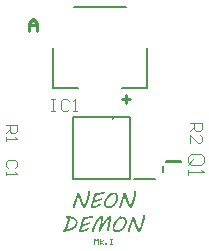
<source format=gto>
G04*
G04 #@! TF.GenerationSoftware,Altium Limited,Altium Designer,21.8.1 (53)*
G04*
G04 Layer_Color=65535*
%FSLAX25Y25*%
%MOIN*%
G70*
G04*
G04 #@! TF.SameCoordinates,4E720258-5011-4E52-9F4D-A001BE52E9BA*
G04*
G04*
G04 #@! TF.FilePolarity,Positive*
G04*
G01*
G75*
%ADD10C,0.00787*%
%ADD11C,0.00394*%
%ADD12C,0.01000*%
G36*
X53338Y129284D02*
X53419Y129269D01*
X53434D01*
X53478Y129262D01*
X53529Y129247D01*
X53581Y129225D01*
X53588Y129218D01*
X53618Y129203D01*
X53648Y129181D01*
X53670Y129151D01*
X53677Y129144D01*
X53684Y129129D01*
X53692Y129100D01*
Y129070D01*
Y129063D01*
Y129041D01*
X53684Y129011D01*
X53670Y128974D01*
X53662Y128967D01*
X53655Y128945D01*
X53625Y128915D01*
X53588Y128886D01*
X53581Y128878D01*
X53552Y128856D01*
X53507Y128834D01*
X53448Y128804D01*
X53434Y128797D01*
X53389Y128790D01*
X53323Y128775D01*
X53234Y128768D01*
X53227D01*
X53205Y128760D01*
X53160Y128753D01*
X53123Y128745D01*
X53087Y128738D01*
X53065D01*
X53042Y128731D01*
X53013D01*
X52932Y128716D01*
X52836Y128694D01*
X52814D01*
X52784Y128686D01*
X52754Y128679D01*
X52673Y128664D01*
X52577Y128649D01*
X52555D01*
X52511Y128642D01*
X52459Y128635D01*
X52408Y128620D01*
X52393D01*
X52363Y128605D01*
X52312Y128590D01*
X52297D01*
X52260Y128576D01*
X52194Y128561D01*
X52113Y128539D01*
X52105D01*
X52090Y128531D01*
X52068Y128524D01*
X52039Y128517D01*
X51965Y128494D01*
X51869Y128465D01*
X51862D01*
X51847Y128457D01*
X51817Y128450D01*
X51788Y128443D01*
X51699Y128421D01*
X51603Y128391D01*
X51596D01*
X51581Y128384D01*
X51559Y128376D01*
X51522Y128369D01*
X51448Y128347D01*
X51360Y128317D01*
X51352D01*
X51345Y128310D01*
X51293Y128303D01*
X51242Y128280D01*
X51183Y128266D01*
X51175D01*
X51146Y128251D01*
X51109Y128229D01*
X51057Y128207D01*
X50946Y128133D01*
X50887Y128088D01*
X50836Y128037D01*
X50828Y128030D01*
X50814Y128015D01*
X50791Y127985D01*
X50769Y127948D01*
X50740Y127897D01*
X50703Y127845D01*
X50644Y127719D01*
Y127712D01*
X50637Y127697D01*
X50622Y127661D01*
X50600Y127609D01*
X50592Y127594D01*
X50585Y127557D01*
X50563Y127506D01*
X50541Y127439D01*
Y127432D01*
X50533Y127424D01*
X50518Y127380D01*
X50496Y127314D01*
X50467Y127232D01*
Y127225D01*
X50459Y127210D01*
X50452Y127196D01*
X50445Y127166D01*
X50422Y127092D01*
X50393Y127018D01*
Y127011D01*
X50385Y127004D01*
X50371Y126959D01*
X50349Y126900D01*
X50327Y126834D01*
Y126819D01*
X50312Y126790D01*
X50304Y126753D01*
X50290Y126716D01*
Y126708D01*
X50282Y126694D01*
X50275Y126649D01*
Y126642D01*
Y126635D01*
Y126605D01*
Y126598D01*
Y126590D01*
X50282Y126583D01*
X50312D01*
X50334Y126590D01*
X50363D01*
X50400Y126605D01*
X50452Y126612D01*
X50511Y126627D01*
X50518D01*
X50541Y126635D01*
X50577Y126649D01*
X50622Y126664D01*
X50681Y126679D01*
X50747Y126701D01*
X50821Y126723D01*
X50902Y126753D01*
X50910D01*
X50939Y126768D01*
X50991Y126782D01*
X51050Y126797D01*
X51123Y126827D01*
X51205Y126849D01*
X51293Y126878D01*
X51389Y126908D01*
X51404Y126915D01*
X51433Y126923D01*
X51485Y126937D01*
X51552Y126959D01*
X51625Y126981D01*
X51714Y127004D01*
X51891Y127055D01*
X51898D01*
X51928Y127070D01*
X51972Y127085D01*
X52031Y127100D01*
X52098Y127122D01*
X52171Y127137D01*
X52312Y127181D01*
X52319D01*
X52341Y127188D01*
X52378Y127196D01*
X52415Y127210D01*
X52504Y127225D01*
X52548Y127232D01*
X52607D01*
X52651Y127225D01*
X52703Y127218D01*
X52732Y127203D01*
X52747Y127188D01*
X52754Y127181D01*
X52769Y127159D01*
X52784Y127129D01*
X52791Y127100D01*
Y127092D01*
Y127077D01*
X52784Y127055D01*
X52777Y127018D01*
X52754Y126945D01*
X52725Y126908D01*
X52696Y126871D01*
X52688Y126863D01*
X52681Y126856D01*
X52636Y126812D01*
X52563Y126760D01*
X52474Y126701D01*
X52467Y126694D01*
X52437Y126686D01*
X52385Y126664D01*
X52312Y126635D01*
X52304D01*
X52290Y126627D01*
X52267Y126620D01*
X52238Y126612D01*
X52157Y126583D01*
X52061Y126553D01*
X52053D01*
X52039Y126546D01*
X52009Y126539D01*
X51980Y126531D01*
X51898Y126502D01*
X51802Y126472D01*
X51795D01*
X51780Y126465D01*
X51736Y126450D01*
X51684Y126435D01*
X51633Y126413D01*
X51625D01*
X51618Y126406D01*
X51574Y126391D01*
X51515Y126369D01*
X51433Y126339D01*
X51345Y126303D01*
X51249Y126266D01*
X51153Y126229D01*
X51064Y126192D01*
X51057D01*
X51028Y126177D01*
X50991Y126162D01*
X50939Y126140D01*
X50821Y126096D01*
X50762Y126066D01*
X50703Y126044D01*
X50696D01*
X50681Y126037D01*
X50659Y126030D01*
X50629Y126015D01*
X50563Y125985D01*
X50496Y125963D01*
X50481D01*
X50452Y125948D01*
X50408Y125934D01*
X50356Y125919D01*
X50349D01*
X50319Y125904D01*
X50275Y125889D01*
X50223Y125874D01*
X50208D01*
X50172Y125867D01*
X50105Y125852D01*
X50016Y125830D01*
X50009Y125815D01*
X49994Y125771D01*
X49987Y125742D01*
X49972Y125705D01*
X49957Y125653D01*
X49943Y125601D01*
Y125594D01*
X49935Y125579D01*
X49928Y125542D01*
X49913Y125505D01*
X49898Y125461D01*
X49884Y125402D01*
X49854Y125284D01*
Y125277D01*
X49847Y125255D01*
X49839Y125225D01*
X49832Y125188D01*
X49810Y125085D01*
X49788Y124981D01*
Y124974D01*
Y124959D01*
X49780Y124937D01*
Y124908D01*
X49773Y124841D01*
X49766Y124790D01*
Y124782D01*
Y124753D01*
X49773Y124723D01*
X49780Y124694D01*
X49788Y124686D01*
X49795Y124679D01*
X49825Y124649D01*
X49839D01*
X49876Y124642D01*
X49980D01*
X50031Y124649D01*
X50090Y124657D01*
X50164Y124664D01*
X50238Y124679D01*
X50327Y124694D01*
X50341D01*
X50371Y124701D01*
X50415Y124716D01*
X50481Y124731D01*
X50548Y124753D01*
X50629Y124775D01*
X50806Y124827D01*
X50814Y124834D01*
X50843Y124841D01*
X50887Y124856D01*
X50939Y124878D01*
X51006Y124900D01*
X51064Y124930D01*
X51197Y124996D01*
X51205Y125004D01*
X51227Y125011D01*
X51256Y125033D01*
X51301Y125055D01*
X51404Y125114D01*
X51515Y125173D01*
X51522Y125181D01*
X51537Y125188D01*
X51566Y125203D01*
X51603Y125218D01*
X51699Y125262D01*
X51802Y125306D01*
X51810D01*
X51832Y125314D01*
X51862Y125328D01*
X51898Y125336D01*
X51943Y125350D01*
X52002Y125358D01*
X52120Y125365D01*
X52164D01*
X52201Y125358D01*
X52208D01*
X52231Y125350D01*
X52290Y125328D01*
X52297D01*
X52312Y125314D01*
X52334Y125299D01*
X52356Y125277D01*
X52363Y125269D01*
X52371Y125255D01*
X52378Y125233D01*
Y125203D01*
Y125196D01*
Y125188D01*
X52363Y125136D01*
X52334Y125070D01*
X52304Y125033D01*
X52275Y124996D01*
X52267Y124989D01*
X52260Y124981D01*
X52238Y124959D01*
X52216Y124930D01*
X52142Y124871D01*
X52046Y124797D01*
X52039Y124790D01*
X52024Y124782D01*
X51994Y124767D01*
X51957Y124745D01*
X51913Y124716D01*
X51862Y124686D01*
X51744Y124620D01*
X51736D01*
X51714Y124605D01*
X51684Y124590D01*
X51640Y124568D01*
X51588Y124546D01*
X51529Y124517D01*
X51404Y124458D01*
X51397D01*
X51375Y124443D01*
X51338Y124428D01*
X51293Y124413D01*
X51242Y124391D01*
X51183Y124369D01*
X51057Y124317D01*
X51050D01*
X51028Y124310D01*
X50998Y124295D01*
X50961Y124280D01*
X50865Y124251D01*
X50762Y124214D01*
X50747Y124207D01*
X50703Y124199D01*
X50644Y124177D01*
X50555Y124155D01*
X50459Y124126D01*
X50349Y124096D01*
X50120Y124052D01*
X50105D01*
X50068Y124044D01*
X50009Y124037D01*
X49935Y124030D01*
X49847Y124015D01*
X49751Y124007D01*
X49559Y124000D01*
X49515D01*
X49470Y124007D01*
X49411Y124015D01*
X49271Y124044D01*
X49205Y124066D01*
X49146Y124096D01*
X49138Y124103D01*
X49124Y124118D01*
X49101Y124140D01*
X49072Y124177D01*
X49042Y124221D01*
X49020Y124280D01*
X49005Y124347D01*
X48998Y124428D01*
Y124435D01*
Y124450D01*
Y124472D01*
X49005Y124509D01*
X49013Y124590D01*
X49035Y124694D01*
Y124701D01*
X49042Y124716D01*
X49050Y124745D01*
X49057Y124775D01*
X49072Y124819D01*
X49087Y124871D01*
X49116Y124996D01*
X49161Y125144D01*
X49212Y125299D01*
X49264Y125469D01*
X49323Y125646D01*
Y125653D01*
X49330Y125668D01*
X49338Y125690D01*
X49352Y125727D01*
X49367Y125771D01*
X49382Y125823D01*
X49419Y125941D01*
X49463Y126081D01*
X49515Y126236D01*
X49566Y126406D01*
X49618Y126576D01*
Y126583D01*
X49625Y126598D01*
X49633Y126620D01*
X49640Y126657D01*
X49662Y126738D01*
X49692Y126849D01*
X49729Y126974D01*
X49766Y127100D01*
X49803Y127232D01*
X49832Y127358D01*
Y127365D01*
X49839Y127373D01*
X49847Y127410D01*
X49862Y127469D01*
X49884Y127542D01*
X49906Y127631D01*
X49935Y127719D01*
X49965Y127808D01*
X49987Y127897D01*
Y127904D01*
X50002Y127934D01*
X50016Y127978D01*
X50031Y128030D01*
X50053Y128096D01*
X50068Y128155D01*
X50112Y128288D01*
Y128295D01*
X50120Y128317D01*
X50135Y128347D01*
X50149Y128391D01*
X50172Y128443D01*
X50194Y128502D01*
X50245Y128620D01*
Y128627D01*
X50253Y128635D01*
X50267Y128679D01*
X50297Y128745D01*
X50334Y128819D01*
Y128826D01*
X50341Y128834D01*
X50371Y128886D01*
X50400Y128945D01*
X50445Y129011D01*
Y129018D01*
X50459Y129026D01*
X50489Y129063D01*
X50526Y129107D01*
X50577Y129151D01*
X50592Y129159D01*
X50622Y129181D01*
X50666Y129203D01*
X50718Y129210D01*
X50769D01*
X50799Y129203D01*
X50865Y129188D01*
X50932Y129159D01*
X50939D01*
X50946Y129151D01*
X50976Y129129D01*
X51013Y129100D01*
X51035Y129070D01*
X51064Y128922D01*
X51072D01*
X51101Y128930D01*
X51146Y128937D01*
X51205Y128945D01*
X51219D01*
X51256Y128952D01*
X51315Y128967D01*
X51375Y128974D01*
X51382D01*
X51389Y128981D01*
X51426Y128989D01*
X51478Y128996D01*
X51537Y129011D01*
X51544D01*
X51552Y129018D01*
X51581Y129026D01*
X51618Y129033D01*
X51655Y129048D01*
X51662D01*
X51692Y129063D01*
X51744Y129070D01*
X51795Y129085D01*
X51862Y129107D01*
X51935Y129122D01*
X52090Y129159D01*
X52098D01*
X52127Y129166D01*
X52164Y129173D01*
X52216Y129188D01*
X52267Y129195D01*
X52334Y129210D01*
X52467Y129232D01*
X52474D01*
X52496Y129240D01*
X52533D01*
X52577Y129247D01*
X52629Y129255D01*
X52688Y129262D01*
X52814Y129277D01*
X52843D01*
X52880Y129284D01*
X52969D01*
X53028Y129291D01*
X53249D01*
X53338Y129284D01*
D02*
G37*
G36*
X59485Y129520D02*
X59529Y129513D01*
X59574Y129483D01*
X59581Y129476D01*
X59610Y129454D01*
X59640Y129424D01*
X59670Y129380D01*
X59677Y129365D01*
X59692Y129336D01*
X59706Y129284D01*
X59721Y129225D01*
Y129218D01*
Y129210D01*
X59729Y129166D01*
X59736Y129107D01*
Y129041D01*
Y129033D01*
Y129018D01*
Y128989D01*
Y128945D01*
X59721Y128849D01*
X59706Y128738D01*
Y128731D01*
Y128708D01*
X59699Y128679D01*
X59692Y128642D01*
X59677Y128553D01*
X59655Y128457D01*
Y128450D01*
Y128435D01*
X59647Y128413D01*
X59640Y128384D01*
X59633Y128339D01*
X59625Y128295D01*
X59610Y128236D01*
X59603Y128170D01*
Y128162D01*
X59596Y128140D01*
X59588Y128096D01*
X59581Y128044D01*
X59574Y127985D01*
X59559Y127911D01*
X59544Y127830D01*
X59529Y127742D01*
Y127734D01*
X59522Y127697D01*
X59515Y127653D01*
X59507Y127587D01*
X59492Y127506D01*
X59478Y127417D01*
X59463Y127321D01*
X59441Y127218D01*
Y127203D01*
X59433Y127166D01*
X59426Y127114D01*
X59411Y127041D01*
X59396Y126959D01*
X59382Y126863D01*
X59345Y126649D01*
Y126635D01*
X59338Y126598D01*
X59330Y126546D01*
X59315Y126472D01*
X59301Y126384D01*
X59286Y126288D01*
X59249Y126074D01*
Y126059D01*
X59241Y126030D01*
X59234Y125970D01*
X59219Y125904D01*
X59205Y125823D01*
X59190Y125734D01*
X59160Y125550D01*
Y125542D01*
X59153Y125505D01*
X59146Y125461D01*
X59138Y125402D01*
X59123Y125336D01*
X59116Y125262D01*
X59087Y125107D01*
Y125100D01*
X59079Y125077D01*
Y125041D01*
X59072Y124996D01*
X59050Y124900D01*
X59042Y124856D01*
X59035Y124812D01*
Y124804D01*
X59027Y124775D01*
X59020Y124731D01*
X58998Y124672D01*
X58991Y124657D01*
X58983Y124620D01*
X58961Y124568D01*
X58932Y124502D01*
X58924Y124487D01*
X58902Y124458D01*
X58865Y124406D01*
X58814Y124362D01*
X58799Y124354D01*
X58762Y124332D01*
X58710Y124310D01*
X58636Y124303D01*
X58629D01*
X58600Y124310D01*
X58563Y124317D01*
X58526Y124339D01*
X58518Y124347D01*
X58496Y124369D01*
X58467Y124399D01*
X58430Y124435D01*
X58422Y124443D01*
X58408Y124472D01*
X58385Y124517D01*
X58363Y124561D01*
Y124576D01*
X58356Y124598D01*
X58349Y124642D01*
X58341Y124679D01*
X59087Y128214D01*
Y128221D01*
X59094Y128244D01*
X59101Y128303D01*
Y128310D01*
X59109Y128325D01*
Y128376D01*
Y128384D01*
Y128406D01*
X59101Y128450D01*
Y128457D01*
X59094Y128472D01*
X59087Y128509D01*
Y128517D01*
X59079Y128531D01*
X59064Y128568D01*
X59057Y128561D01*
X59035Y128546D01*
X59005Y128517D01*
X58961Y128480D01*
X58909Y128435D01*
X58850Y128384D01*
X58784Y128317D01*
X58718Y128251D01*
X58710Y128244D01*
X58688Y128221D01*
X58651Y128177D01*
X58600Y128133D01*
X58548Y128066D01*
X58481Y128000D01*
X58415Y127919D01*
X58341Y127838D01*
X58334Y127830D01*
X58312Y127801D01*
X58275Y127749D01*
X58223Y127690D01*
X58171Y127616D01*
X58105Y127535D01*
X58039Y127446D01*
X57965Y127350D01*
X57957Y127336D01*
X57935Y127306D01*
X57898Y127255D01*
X57854Y127188D01*
X57795Y127107D01*
X57736Y127018D01*
X57611Y126827D01*
X57603Y126819D01*
X57588Y126790D01*
X57566Y126753D01*
X57529Y126701D01*
X57485Y126635D01*
X57441Y126561D01*
X57330Y126399D01*
X57323Y126391D01*
X57301Y126362D01*
X57271Y126317D01*
X57234Y126258D01*
X57190Y126192D01*
X57131Y126118D01*
X57020Y125948D01*
X57013Y125941D01*
X56998Y125911D01*
X56968Y125867D01*
X56932Y125808D01*
X56880Y125734D01*
X56836Y125661D01*
X56725Y125491D01*
X56718Y125483D01*
X56703Y125454D01*
X56673Y125410D01*
X56636Y125350D01*
X56592Y125284D01*
X56548Y125210D01*
X56459Y125055D01*
Y125048D01*
X56452Y125041D01*
X56437Y125018D01*
X56422Y124989D01*
X56408Y124952D01*
X56385Y124908D01*
X56341Y124797D01*
Y124790D01*
X56334Y124767D01*
X56319Y124738D01*
X56304Y124701D01*
X56260Y124598D01*
X56208Y124487D01*
Y124480D01*
X56194Y124465D01*
X56179Y124435D01*
X56164Y124399D01*
X56112Y124317D01*
X56046Y124236D01*
Y124229D01*
X56031Y124221D01*
X55994Y124185D01*
X55935Y124148D01*
X55898Y124140D01*
X55862Y124133D01*
X55817D01*
X55766Y124140D01*
X55721Y124155D01*
X55714Y124162D01*
X55692Y124170D01*
X55633Y124214D01*
X55625Y124221D01*
X55618Y124243D01*
X55603Y124273D01*
X55588Y124310D01*
Y124317D01*
X55581Y124347D01*
X55574Y124391D01*
Y124435D01*
Y124443D01*
Y124450D01*
Y124487D01*
X55581Y124539D01*
X55588Y124598D01*
Y124605D01*
Y124612D01*
X55596Y124649D01*
X55611Y124701D01*
X55625Y124760D01*
Y124775D01*
X55640Y124812D01*
X55655Y124878D01*
X55670Y124952D01*
X55699Y125048D01*
X55721Y125151D01*
X55780Y125380D01*
Y125387D01*
X55788Y125395D01*
X55795Y125432D01*
X55810Y125498D01*
X55832Y125579D01*
X55854Y125675D01*
X55884Y125786D01*
X55920Y125904D01*
X55950Y126022D01*
Y126030D01*
X55957Y126037D01*
X55965Y126081D01*
X55980Y126140D01*
X56009Y126229D01*
X56031Y126332D01*
X56061Y126443D01*
X56098Y126568D01*
X56127Y126694D01*
Y126701D01*
X56135Y126708D01*
X56142Y126753D01*
X56164Y126827D01*
X56186Y126915D01*
X56216Y127026D01*
X56245Y127151D01*
X56282Y127292D01*
X56319Y127439D01*
Y127446D01*
X56326Y127461D01*
X56334Y127483D01*
X56341Y127513D01*
X56356Y127587D01*
X56378Y127683D01*
Y127690D01*
X56385Y127705D01*
X56393Y127734D01*
X56400Y127771D01*
X56422Y127860D01*
X56437Y127963D01*
Y127970D01*
X56445Y127985D01*
Y128015D01*
X56452Y128052D01*
X56467Y128140D01*
X56481Y128236D01*
Y128244D01*
X56489Y128258D01*
Y128280D01*
X56496Y128317D01*
X56504Y128391D01*
Y128472D01*
Y128480D01*
Y128487D01*
Y128524D01*
X56496Y128576D01*
X56489Y128620D01*
Y128627D01*
X56474Y128649D01*
X56459Y128672D01*
X56437Y128679D01*
X56415D01*
X56385Y128672D01*
X56356Y128664D01*
X56260Y128635D01*
X56208Y128612D01*
X56157Y128576D01*
X56149Y128568D01*
X56135Y128561D01*
X56105Y128539D01*
X56068Y128509D01*
X56016Y128472D01*
X55972Y128428D01*
X55862Y128317D01*
X55854Y128310D01*
X55839Y128288D01*
X55810Y128258D01*
X55773Y128214D01*
X55721Y128162D01*
X55677Y128096D01*
X55618Y128030D01*
X55566Y127948D01*
X55559Y127941D01*
X55544Y127911D01*
X55515Y127875D01*
X55478Y127815D01*
X55433Y127756D01*
X55389Y127683D01*
X55286Y127520D01*
X55278Y127513D01*
X55264Y127483D01*
X55234Y127439D01*
X55205Y127387D01*
X55168Y127321D01*
X55124Y127247D01*
X55035Y127092D01*
X55028Y127085D01*
X55020Y127055D01*
X54998Y127018D01*
X54969Y126967D01*
X54939Y126900D01*
X54909Y126834D01*
X54843Y126701D01*
X54836Y126694D01*
X54828Y126672D01*
X54806Y126642D01*
X54784Y126598D01*
X54777Y126590D01*
X54762Y126553D01*
X54732Y126502D01*
X54695Y126428D01*
Y126421D01*
X54688Y126406D01*
X54673Y126384D01*
X54659Y126354D01*
X54644Y126310D01*
X54614Y126258D01*
X54563Y126140D01*
Y126133D01*
X54548Y126111D01*
X54533Y126074D01*
X54511Y126022D01*
X54481Y125956D01*
X54444Y125882D01*
X54408Y125793D01*
X54371Y125697D01*
X54363Y125683D01*
X54356Y125653D01*
X54334Y125594D01*
X54304Y125520D01*
X54267Y125424D01*
X54223Y125314D01*
X54172Y125188D01*
X54120Y125055D01*
Y125048D01*
X54112Y125041D01*
X54105Y125018D01*
X54098Y124989D01*
X54068Y124915D01*
X54031Y124812D01*
X53980Y124679D01*
X53928Y124531D01*
X53869Y124369D01*
X53803Y124185D01*
X53795Y124170D01*
X53773Y124140D01*
X53736Y124096D01*
X53684Y124052D01*
X53670Y124044D01*
X53633Y124030D01*
X53581Y124007D01*
X53522Y124000D01*
X53492D01*
X53456Y124007D01*
X53419Y124015D01*
X53330Y124044D01*
X53286Y124066D01*
X53249Y124096D01*
Y124103D01*
X53234Y124111D01*
X53219Y124133D01*
X53205Y124162D01*
X53175Y124236D01*
X53168Y124288D01*
X53160Y124339D01*
Y124354D01*
Y124384D01*
X53168Y124428D01*
X53175Y124480D01*
Y124495D01*
X53190Y124531D01*
X53205Y124583D01*
X53227Y124657D01*
X53249Y124745D01*
X53278Y124849D01*
X53315Y124967D01*
X53360Y125085D01*
Y125092D01*
X53367Y125100D01*
X53382Y125144D01*
X53411Y125210D01*
X53441Y125299D01*
X53485Y125402D01*
X53537Y125520D01*
X53588Y125646D01*
X53648Y125779D01*
Y125786D01*
X53655Y125793D01*
X53662Y125815D01*
X53677Y125838D01*
X53707Y125911D01*
X53751Y126007D01*
X53803Y126118D01*
X53861Y126236D01*
X53928Y126369D01*
X53994Y126509D01*
Y126517D01*
X54002Y126524D01*
X54017Y126546D01*
X54031Y126576D01*
X54068Y126649D01*
X54120Y126745D01*
X54179Y126856D01*
X54245Y126974D01*
X54393Y127240D01*
Y127247D01*
X54400Y127255D01*
X54430Y127299D01*
X54467Y127365D01*
X54526Y127454D01*
X54585Y127557D01*
X54659Y127668D01*
X54813Y127904D01*
X54821Y127919D01*
X54850Y127956D01*
X54895Y128015D01*
X54954Y128088D01*
X55020Y128177D01*
X55094Y128273D01*
X55249Y128465D01*
X55256Y128480D01*
X55293Y128509D01*
X55338Y128561D01*
X55397Y128627D01*
X55404Y128635D01*
X55411Y128642D01*
X55456Y128694D01*
X55515Y128760D01*
X55596Y128834D01*
X55603Y128841D01*
X55618Y128856D01*
X55640Y128878D01*
X55670Y128900D01*
X55743Y128974D01*
X55832Y129048D01*
X55839Y129055D01*
X55854Y129070D01*
X55876Y129085D01*
X55913Y129114D01*
X55994Y129173D01*
X56083Y129240D01*
X56090Y129247D01*
X56105Y129255D01*
X56127Y129269D01*
X56164Y129291D01*
X56238Y129336D01*
X56326Y129380D01*
X56334D01*
X56349Y129387D01*
X56371Y129395D01*
X56400Y129410D01*
X56467Y129424D01*
X56548Y129432D01*
X56599D01*
X56629Y129424D01*
X56710Y129410D01*
X56791Y129380D01*
X56799D01*
X56814Y129373D01*
X56836Y129365D01*
X56858Y129350D01*
X56924Y129306D01*
X56991Y129247D01*
X56998D01*
X57005Y129232D01*
X57035Y129188D01*
X57079Y129129D01*
X57116Y129041D01*
Y129033D01*
X57124Y129018D01*
X57131Y128996D01*
X57138Y128967D01*
X57153Y128886D01*
X57160Y128782D01*
Y128775D01*
Y128745D01*
X57153Y128701D01*
X57146Y128657D01*
Y128649D01*
X57138Y128620D01*
Y128583D01*
X57131Y128539D01*
X56734Y126548D01*
X56732Y126546D01*
Y126539D01*
X56734Y126548D01*
X56740Y126553D01*
X56769Y126598D01*
X56814Y126664D01*
X56880Y126760D01*
X56887Y126768D01*
X56895Y126782D01*
X56917Y126812D01*
X56946Y126849D01*
X56976Y126900D01*
X57013Y126952D01*
X57094Y127070D01*
X57101Y127077D01*
X57116Y127100D01*
X57138Y127137D01*
X57175Y127181D01*
X57212Y127240D01*
X57256Y127299D01*
X57352Y127432D01*
X57360Y127439D01*
X57374Y127461D01*
X57404Y127506D01*
X57433Y127550D01*
X57470Y127609D01*
X57515Y127668D01*
X57611Y127801D01*
X57618Y127808D01*
X57633Y127830D01*
X57655Y127867D01*
X57684Y127904D01*
X57766Y128007D01*
X57847Y128118D01*
X57854Y128125D01*
X57869Y128140D01*
X57884Y128170D01*
X57913Y128207D01*
X57965Y128280D01*
X58024Y128354D01*
X58090Y128435D01*
Y128443D01*
X58098Y128450D01*
X58135Y128494D01*
X58179Y128553D01*
X58238Y128635D01*
X58245Y128642D01*
X58253Y128657D01*
X58275Y128679D01*
X58297Y128708D01*
X58363Y128775D01*
X58444Y128863D01*
X58452Y128871D01*
X58467Y128886D01*
X58489Y128908D01*
X58518Y128945D01*
X58600Y129018D01*
X58688Y129107D01*
X58695Y129114D01*
X58710Y129129D01*
X58732Y129151D01*
X58769Y129181D01*
X58850Y129247D01*
X58939Y129314D01*
X58946Y129321D01*
X58961Y129328D01*
X58991Y129350D01*
X59020Y129373D01*
X59101Y129417D01*
X59197Y129469D01*
X59205D01*
X59219Y129476D01*
X59241Y129491D01*
X59271Y129498D01*
X59352Y129520D01*
X59433Y129528D01*
X59448D01*
X59485Y129520D01*
D02*
G37*
G36*
X70644Y129875D02*
X70695Y129867D01*
X70710D01*
X70740Y129860D01*
X70784Y129845D01*
X70828Y129830D01*
Y129823D01*
X70843Y129815D01*
X70850Y129793D01*
X70865Y129764D01*
X70909Y129690D01*
X70946Y129601D01*
Y129594D01*
X70954Y129579D01*
X70968Y129550D01*
X70976Y129513D01*
X70991Y129461D01*
X70998Y129402D01*
X71005Y129328D01*
Y129247D01*
Y129240D01*
Y129225D01*
Y129195D01*
Y129159D01*
X70998Y129107D01*
X70991Y129048D01*
X70983Y128989D01*
X70976Y128915D01*
Y128908D01*
X70968Y128878D01*
X70961Y128841D01*
X70954Y128790D01*
X70946Y128731D01*
X70932Y128657D01*
X70902Y128494D01*
Y128487D01*
X70895Y128457D01*
X70887Y128413D01*
X70872Y128354D01*
X70858Y128288D01*
X70843Y128207D01*
X70799Y128037D01*
Y128030D01*
X70791Y128000D01*
X70776Y127948D01*
X70769Y127889D01*
X70747Y127823D01*
X70732Y127742D01*
X70688Y127579D01*
Y127572D01*
X70680Y127542D01*
X70666Y127506D01*
X70658Y127446D01*
X70644Y127387D01*
X70622Y127321D01*
X70585Y127181D01*
Y127173D01*
X70577Y127151D01*
X70570Y127122D01*
X70555Y127077D01*
X70526Y126981D01*
X70496Y126886D01*
Y126878D01*
X70481Y126849D01*
X70474Y126812D01*
X70452Y126753D01*
X70430Y126694D01*
X70407Y126620D01*
X70356Y126458D01*
Y126450D01*
X70341Y126421D01*
X70334Y126376D01*
X70311Y126317D01*
X70289Y126251D01*
X70260Y126177D01*
X70201Y126000D01*
Y125993D01*
X70186Y125956D01*
X70171Y125911D01*
X70149Y125845D01*
X70120Y125764D01*
X70090Y125683D01*
X70061Y125587D01*
X70024Y125483D01*
X70016Y125469D01*
X70009Y125439D01*
X69987Y125380D01*
X69957Y125314D01*
X69928Y125225D01*
X69891Y125129D01*
X69847Y125018D01*
X69802Y124908D01*
Y124900D01*
X69795Y124886D01*
X69780Y124856D01*
X69765Y124819D01*
X69728Y124731D01*
X69677Y124627D01*
Y124620D01*
X69662Y124605D01*
X69655Y124576D01*
X69633Y124546D01*
X69581Y124465D01*
X69522Y124376D01*
X69515Y124369D01*
X69507Y124362D01*
X69463Y124310D01*
X69396Y124258D01*
X69315Y124199D01*
X69308D01*
X69293Y124192D01*
X69271Y124177D01*
X69241Y124170D01*
X69160Y124140D01*
X69064Y124133D01*
X69013D01*
X68961Y124140D01*
X68895Y124155D01*
X68880Y124162D01*
X68843Y124170D01*
X68799Y124199D01*
X68747Y124243D01*
Y124251D01*
X68732Y124258D01*
X68695Y124303D01*
X68644Y124376D01*
X68570Y124465D01*
X68489Y124583D01*
X68400Y124708D01*
X68312Y124856D01*
X68223Y125011D01*
Y125018D01*
X68216Y125033D01*
X68201Y125055D01*
X68186Y125085D01*
X68164Y125129D01*
X68142Y125173D01*
X68083Y125292D01*
X68024Y125424D01*
X67950Y125579D01*
X67883Y125742D01*
X67810Y125919D01*
Y125926D01*
X67802Y125941D01*
X67795Y125963D01*
X67780Y126000D01*
X67765Y126044D01*
X67743Y126096D01*
X67706Y126214D01*
X67655Y126362D01*
X67603Y126517D01*
X67544Y126694D01*
X67492Y126871D01*
Y126878D01*
X67485Y126893D01*
X67478Y126915D01*
X67470Y126952D01*
X67456Y126996D01*
X67441Y127048D01*
X67411Y127166D01*
X67374Y127306D01*
X67330Y127461D01*
X67286Y127624D01*
X67242Y127793D01*
X67219Y127875D01*
Y127882D01*
X67212Y127904D01*
X67205Y127941D01*
X67190Y127978D01*
Y127985D01*
X67182Y128007D01*
X67168Y128066D01*
Y128074D01*
X67160Y128096D01*
X67138Y128140D01*
Y128148D01*
X67131Y128155D01*
X67116Y128162D01*
X67101Y128170D01*
X67094D01*
X67086Y128162D01*
X67064Y128133D01*
X67057Y128118D01*
X67042Y128088D01*
X67035Y128074D01*
X67027Y128037D01*
X67005Y127978D01*
X66983Y127911D01*
Y127904D01*
X66976Y127897D01*
X66968Y127852D01*
X66946Y127793D01*
X66924Y127719D01*
Y127712D01*
X66917Y127705D01*
X66909Y127668D01*
X66902Y127631D01*
X66895Y127601D01*
Y127594D01*
X66887Y127587D01*
X66880Y127565D01*
X66873Y127535D01*
X66865Y127491D01*
X66850Y127446D01*
X66836Y127395D01*
X66813Y127328D01*
Y127321D01*
X66806Y127299D01*
X66799Y127262D01*
X66784Y127218D01*
X66769Y127159D01*
X66747Y127092D01*
X66725Y127018D01*
X66703Y126937D01*
Y126930D01*
X66695Y126900D01*
X66681Y126856D01*
X66666Y126797D01*
X66644Y126731D01*
X66622Y126657D01*
X66570Y126480D01*
Y126472D01*
X66555Y126435D01*
X66540Y126391D01*
X66526Y126332D01*
X66504Y126258D01*
X66474Y126177D01*
X66422Y126007D01*
Y126000D01*
X66415Y125970D01*
X66400Y125926D01*
X66385Y125874D01*
X66363Y125808D01*
X66341Y125734D01*
X66297Y125587D01*
Y125579D01*
X66289Y125557D01*
X66275Y125520D01*
X66260Y125476D01*
X66230Y125373D01*
X66193Y125277D01*
Y125269D01*
X66186Y125262D01*
X66179Y125240D01*
X66171Y125218D01*
X66149Y125136D01*
X66112Y125041D01*
Y125033D01*
X66105Y125018D01*
X66098Y124989D01*
X66083Y124952D01*
X66053Y124856D01*
X66024Y124745D01*
Y124738D01*
X66016Y124723D01*
X66009Y124694D01*
X65994Y124657D01*
X65965Y124568D01*
X65935Y124472D01*
Y124465D01*
X65928Y124450D01*
X65913Y124406D01*
X65898Y124354D01*
X65891Y124310D01*
Y124303D01*
X65883Y124288D01*
X65876Y124266D01*
X65861Y124236D01*
X65817Y124170D01*
X65758Y124111D01*
X65743Y124103D01*
X65706Y124081D01*
X65655Y124052D01*
X65596Y124044D01*
X65588D01*
X65559Y124052D01*
X65522Y124059D01*
X65485Y124081D01*
X65478Y124089D01*
X65456Y124103D01*
X65426Y124133D01*
X65389Y124170D01*
X65382Y124177D01*
X65367Y124207D01*
X65345Y124236D01*
X65323Y124280D01*
X65315Y124295D01*
X65308Y124317D01*
X65301Y124362D01*
X65293Y124399D01*
Y124406D01*
Y124421D01*
X65301Y124443D01*
X65308Y124480D01*
X65315Y124495D01*
X65323Y124531D01*
X65330Y124561D01*
X65345Y124598D01*
X65352Y124649D01*
X65367Y124701D01*
X65463Y125070D01*
X66526Y128494D01*
Y128502D01*
Y128509D01*
X66540Y128553D01*
X66548Y128620D01*
X66570Y128694D01*
Y128701D01*
X66577Y128708D01*
X66592Y128760D01*
X66622Y128819D01*
X66658Y128886D01*
Y128893D01*
X66666Y128900D01*
X66695Y128937D01*
X66740Y128989D01*
X66799Y129033D01*
X66806D01*
X66813Y129041D01*
X66858Y129063D01*
X66931Y129085D01*
X67020Y129092D01*
X67064D01*
X67094Y129085D01*
X67168Y129063D01*
X67242Y129018D01*
X67249D01*
X67256Y129004D01*
X67300Y128974D01*
X67360Y128937D01*
X67419Y128886D01*
X67426D01*
X67433Y128871D01*
X67456Y128856D01*
X67478Y128826D01*
X67507Y128797D01*
X67537Y128753D01*
X67566Y128701D01*
X67596Y128635D01*
X67603Y128627D01*
X67611Y128605D01*
X67625Y128561D01*
X67655Y128509D01*
X67677Y128443D01*
X67706Y128362D01*
X67743Y128273D01*
X67773Y128177D01*
X67780Y128162D01*
X67788Y128133D01*
X67810Y128074D01*
X67832Y128000D01*
X67861Y127904D01*
X67898Y127801D01*
X67935Y127683D01*
X67972Y127557D01*
X67980Y127542D01*
X67987Y127498D01*
X68009Y127432D01*
X68038Y127343D01*
X68075Y127232D01*
X68112Y127114D01*
X68157Y126981D01*
X68201Y126841D01*
Y126834D01*
X68208Y126827D01*
X68216Y126804D01*
X68223Y126775D01*
X68252Y126701D01*
X68289Y126605D01*
X68326Y126487D01*
X68378Y126362D01*
X68430Y126221D01*
X68489Y126074D01*
Y126066D01*
X68496Y126059D01*
X68503Y126037D01*
X68518Y126007D01*
X68548Y125934D01*
X68592Y125830D01*
X68651Y125719D01*
X68710Y125587D01*
X68777Y125454D01*
X68850Y125314D01*
X68858Y125306D01*
X68872Y125277D01*
X68895Y125233D01*
X68924Y125173D01*
X68932Y125159D01*
X68954Y125129D01*
X68983Y125085D01*
X69013Y125033D01*
X69020Y125026D01*
X69042Y124996D01*
X69064Y124952D01*
X69094Y124915D01*
X69101Y124908D01*
X69116Y124893D01*
X69131Y124878D01*
X69146Y124871D01*
X69153Y124878D01*
X69168Y124893D01*
X69175Y124923D01*
Y124930D01*
X69182Y124959D01*
X69197Y125004D01*
X69204Y125055D01*
X69212Y125070D01*
X69219Y125100D01*
X69227Y125151D01*
X69241Y125203D01*
Y125210D01*
X69249Y125218D01*
X69256Y125247D01*
X69264Y125292D01*
X69278Y125336D01*
Y125343D01*
X69293Y125365D01*
X69308Y125402D01*
X69323Y125446D01*
X69345Y125498D01*
X69374Y125565D01*
X69396Y125638D01*
X69426Y125712D01*
X69433Y125719D01*
X69441Y125749D01*
X69455Y125793D01*
X69478Y125860D01*
X69507Y125934D01*
X69537Y126022D01*
X69566Y126118D01*
X69603Y126229D01*
X69610Y126243D01*
X69618Y126280D01*
X69640Y126347D01*
X69670Y126435D01*
X69706Y126539D01*
X69743Y126657D01*
X69780Y126797D01*
X69824Y126945D01*
Y126952D01*
X69832Y126967D01*
X69839Y126989D01*
X69847Y127018D01*
X69854Y127055D01*
X69869Y127107D01*
X69884Y127159D01*
X69906Y127225D01*
X69942Y127365D01*
X69987Y127535D01*
X70038Y127727D01*
X70090Y127934D01*
Y127941D01*
X70098Y127956D01*
X70105Y127985D01*
X70112Y128022D01*
X70120Y128066D01*
X70134Y128118D01*
X70164Y128244D01*
Y128251D01*
X70171Y128273D01*
X70179Y128310D01*
X70193Y128354D01*
X70201Y128413D01*
X70216Y128472D01*
X70245Y128605D01*
Y128612D01*
X70253Y128635D01*
X70260Y128672D01*
X70267Y128723D01*
X70275Y128775D01*
X70289Y128834D01*
X70304Y128967D01*
Y128974D01*
X70311Y128996D01*
Y129033D01*
X70319Y129070D01*
X70334Y129166D01*
X70348Y129269D01*
Y129277D01*
Y129284D01*
Y129314D01*
Y129343D01*
Y129350D01*
X70356Y129380D01*
Y129424D01*
X70363Y129469D01*
Y129483D01*
X70371Y129513D01*
X70378Y129557D01*
X70385Y129609D01*
Y129624D01*
X70393Y129653D01*
X70407Y129697D01*
X70422Y129742D01*
X70430Y129756D01*
X70437Y129779D01*
X70459Y129815D01*
X70481Y129845D01*
X70489Y129852D01*
X70503Y129867D01*
X70533Y129875D01*
X70570Y129882D01*
X70607D01*
X70644Y129875D01*
D02*
G37*
G36*
X45677Y129262D02*
X45817Y129255D01*
X46112Y129240D01*
X46149D01*
X46179Y129232D01*
X46253Y129225D01*
X46349Y129218D01*
X46459Y129203D01*
X46578Y129181D01*
X46828Y129122D01*
X46836D01*
X46843Y129114D01*
X46887Y129107D01*
X46946Y129085D01*
X47035Y129055D01*
X47131Y129018D01*
X47234Y128981D01*
X47456Y128871D01*
X47470Y128863D01*
X47507Y128841D01*
X47566Y128804D01*
X47640Y128753D01*
X47721Y128694D01*
X47817Y128612D01*
X47921Y128531D01*
X48024Y128428D01*
X48031Y128421D01*
X48039Y128413D01*
X48061Y128391D01*
X48083Y128362D01*
X48142Y128288D01*
X48208Y128192D01*
X48216Y128184D01*
X48223Y128170D01*
X48245Y128148D01*
X48267Y128111D01*
X48319Y128022D01*
X48371Y127911D01*
Y127904D01*
X48386Y127889D01*
X48400Y127852D01*
X48415Y127815D01*
X48430Y127771D01*
X48452Y127712D01*
X48489Y127587D01*
Y127579D01*
X48496Y127557D01*
X48504Y127520D01*
X48511Y127476D01*
X48518Y127424D01*
X48526Y127365D01*
X48533Y127225D01*
Y127218D01*
Y127210D01*
Y127188D01*
Y127159D01*
X48526Y127085D01*
X48518Y127004D01*
Y126996D01*
Y126989D01*
X48511Y126937D01*
X48504Y126878D01*
X48489Y126812D01*
Y126804D01*
X48482Y126797D01*
Y126775D01*
X48467Y126745D01*
X48445Y126664D01*
X48415Y126568D01*
X48371Y126450D01*
X48319Y126325D01*
X48260Y126199D01*
X48194Y126074D01*
X48186Y126059D01*
X48164Y126022D01*
X48120Y125963D01*
X48068Y125882D01*
X48009Y125793D01*
X47935Y125697D01*
X47847Y125601D01*
X47758Y125505D01*
X47751Y125498D01*
X47714Y125461D01*
X47662Y125417D01*
X47603Y125358D01*
X47522Y125292D01*
X47426Y125218D01*
X47330Y125144D01*
X47219Y125070D01*
X47205Y125063D01*
X47168Y125041D01*
X47109Y125004D01*
X47035Y124967D01*
X46939Y124915D01*
X46836Y124864D01*
X46718Y124804D01*
X46600Y124753D01*
X46585Y124745D01*
X46548Y124731D01*
X46481Y124708D01*
X46400Y124672D01*
X46304Y124635D01*
X46194Y124598D01*
X46076Y124554D01*
X45950Y124517D01*
X45935Y124509D01*
X45899Y124502D01*
X45832Y124480D01*
X45751Y124458D01*
X45655Y124428D01*
X45544Y124399D01*
X45316Y124339D01*
X45308D01*
X45293Y124332D01*
X45264Y124325D01*
X45227Y124317D01*
X45183Y124303D01*
X45131Y124288D01*
X45013Y124266D01*
X45006D01*
X44983Y124258D01*
X44954D01*
X44917Y124251D01*
X44865Y124243D01*
X44814Y124229D01*
X44688Y124214D01*
X44659D01*
X44629Y124207D01*
X44585Y124199D01*
X44541Y124192D01*
X44482D01*
X44363Y124177D01*
X44267D01*
X44164Y124170D01*
X43965D01*
X43876Y124177D01*
X43788Y124185D01*
X43780D01*
X43773Y124192D01*
X43729Y124199D01*
X43670Y124214D01*
X43618Y124236D01*
X43611Y124243D01*
X43581Y124258D01*
X43552Y124288D01*
X43522Y124317D01*
Y124325D01*
X43515Y124347D01*
X43507Y124376D01*
X43500Y124406D01*
Y124421D01*
X43507Y124450D01*
X43515Y124502D01*
X43537Y124554D01*
Y124561D01*
X43544Y124568D01*
X43574Y124605D01*
X43611Y124649D01*
X43670Y124701D01*
X43677Y124708D01*
X43699Y124723D01*
X43736Y124738D01*
X43773Y124767D01*
X43825Y124790D01*
X43884Y124812D01*
X43943Y124834D01*
X44009Y124849D01*
X44017D01*
X44039Y124856D01*
X44076D01*
X44120Y124864D01*
X44172Y124871D01*
X44231Y124886D01*
X44363Y124900D01*
X45264Y128524D01*
X45094D01*
X45035Y128531D01*
X45020D01*
X44983Y128539D01*
X44932Y128546D01*
X44873Y128561D01*
X44858Y128568D01*
X44828Y128576D01*
X44791Y128598D01*
X44755Y128627D01*
Y128635D01*
X44747Y128642D01*
X44710Y128686D01*
X44703Y128694D01*
X44696Y128716D01*
X44673Y128745D01*
X44659Y128775D01*
Y128782D01*
X44644Y128804D01*
X44629Y128841D01*
X44614Y128878D01*
Y128886D01*
X44607Y128908D01*
X44600Y128945D01*
Y128981D01*
Y128989D01*
Y128996D01*
X44607Y129026D01*
X44629Y129070D01*
X44666Y129114D01*
X44681Y129122D01*
X44718Y129151D01*
X44769Y129173D01*
X44836Y129203D01*
X44843D01*
X44851Y129210D01*
X44873Y129218D01*
X44902Y129225D01*
X44976Y129240D01*
X45057Y129255D01*
X45079D01*
X45101Y129262D01*
X45131D01*
X45197Y129269D01*
X45552D01*
X45677Y129262D01*
D02*
G37*
G36*
X62954Y129210D02*
X63020Y129203D01*
X63086Y129181D01*
X63094D01*
X63101Y129173D01*
X63146Y129151D01*
X63205Y129114D01*
X63271Y129055D01*
X63278Y129048D01*
X63293Y129041D01*
X63330Y128996D01*
X63337D01*
X63352Y128989D01*
X63367Y128981D01*
X63389Y128974D01*
X63397D01*
X63404Y128989D01*
Y128996D01*
X63411Y129004D01*
X63433Y129026D01*
Y129033D01*
X63441Y129041D01*
X63463Y129070D01*
Y129077D01*
X63478Y129085D01*
X63485Y129100D01*
X63507Y129107D01*
X63515Y129114D01*
X63544Y129122D01*
X63588Y129137D01*
X63647Y129144D01*
X63662D01*
X63699Y129151D01*
X63876D01*
X63920Y129144D01*
X64016Y129129D01*
X64127Y129092D01*
X64135D01*
X64157Y129085D01*
X64179Y129070D01*
X64216Y129048D01*
X64304Y128996D01*
X64393Y128930D01*
X64407Y128915D01*
X64437Y128886D01*
X64489Y128826D01*
X64548Y128760D01*
X64614Y128664D01*
X64681Y128561D01*
X64747Y128443D01*
X64806Y128317D01*
Y128310D01*
X64813Y128303D01*
X64821Y128280D01*
X64828Y128258D01*
X64850Y128184D01*
X64880Y128088D01*
X64909Y127978D01*
X64931Y127845D01*
X64946Y127705D01*
X64954Y127557D01*
Y127550D01*
Y127542D01*
Y127520D01*
Y127491D01*
X64946Y127417D01*
X64939Y127321D01*
X64924Y127203D01*
X64909Y127070D01*
X64880Y126923D01*
X64843Y126768D01*
Y126760D01*
X64836Y126753D01*
Y126731D01*
X64828Y126701D01*
X64806Y126635D01*
X64776Y126539D01*
X64732Y126428D01*
X64688Y126310D01*
X64636Y126177D01*
X64570Y126044D01*
Y126037D01*
X64562Y126030D01*
X64540Y125985D01*
X64504Y125919D01*
X64459Y125830D01*
X64393Y125734D01*
X64326Y125624D01*
X64253Y125505D01*
X64164Y125387D01*
X64157Y125373D01*
X64127Y125336D01*
X64075Y125277D01*
X64016Y125203D01*
X63935Y125114D01*
X63847Y125026D01*
X63751Y124923D01*
X63647Y124827D01*
X63633Y124819D01*
X63596Y124782D01*
X63537Y124738D01*
X63463Y124679D01*
X63374Y124612D01*
X63271Y124539D01*
X63153Y124465D01*
X63035Y124391D01*
X63020Y124384D01*
X62976Y124362D01*
X62917Y124325D01*
X62828Y124288D01*
X62725Y124243D01*
X62614Y124192D01*
X62489Y124148D01*
X62356Y124111D01*
X62349D01*
X62341Y124103D01*
X62297Y124096D01*
X62223Y124081D01*
X62134Y124066D01*
X62024Y124044D01*
X61898Y124030D01*
X61773Y124022D01*
X61633Y124015D01*
X61574D01*
X61515Y124022D01*
X61426Y124030D01*
X61338Y124037D01*
X61234Y124059D01*
X61123Y124081D01*
X61020Y124118D01*
X61005Y124126D01*
X60976Y124133D01*
X60924Y124155D01*
X60865Y124192D01*
X60791Y124229D01*
X60717Y124280D01*
X60636Y124332D01*
X60563Y124399D01*
X60555Y124406D01*
X60533Y124435D01*
X60496Y124472D01*
X60459Y124524D01*
X60415Y124590D01*
X60363Y124672D01*
X60319Y124753D01*
X60275Y124849D01*
X60267Y124864D01*
X60260Y124893D01*
X60245Y124952D01*
X60230Y125018D01*
X60208Y125107D01*
X60194Y125210D01*
X60186Y125314D01*
X60179Y125432D01*
Y125439D01*
Y125454D01*
Y125483D01*
Y125520D01*
X60186Y125609D01*
X60194Y125705D01*
Y125712D01*
X60201Y125727D01*
Y125756D01*
X60208Y125793D01*
X60230Y125882D01*
X60253Y125985D01*
Y126000D01*
X60267Y126030D01*
X60275Y126089D01*
X60297Y126155D01*
X60319Y126243D01*
X60356Y126332D01*
X60430Y126539D01*
X60437Y126553D01*
X60452Y126590D01*
X60481Y126642D01*
X60511Y126716D01*
X60555Y126797D01*
X60607Y126893D01*
X60717Y127100D01*
X60725Y127114D01*
X60747Y127151D01*
X60784Y127203D01*
X60828Y127277D01*
X60880Y127358D01*
X60946Y127454D01*
X61086Y127653D01*
X61094Y127668D01*
X61123Y127705D01*
X61160Y127756D01*
X61219Y127823D01*
X61278Y127904D01*
X61352Y127993D01*
X61515Y128184D01*
X61522Y128199D01*
X61551Y128229D01*
X61603Y128280D01*
X61662Y128339D01*
X61729Y128413D01*
X61810Y128494D01*
X61987Y128664D01*
X62002Y128672D01*
X62031Y128701D01*
X62076Y128745D01*
X62142Y128804D01*
X62216Y128871D01*
X62297Y128937D01*
X62474Y129085D01*
X62481Y129092D01*
X62496Y129100D01*
X62511Y129114D01*
X62540Y129129D01*
X62607Y129166D01*
X62681Y129188D01*
X62688D01*
X62695Y129195D01*
X62740Y129203D01*
X62806Y129210D01*
X62887Y129218D01*
X62909D01*
X62954Y129210D01*
D02*
G37*
G36*
X57243Y137284D02*
X57325Y137269D01*
X57339D01*
X57384Y137262D01*
X57435Y137247D01*
X57487Y137225D01*
X57494Y137218D01*
X57524Y137203D01*
X57553Y137181D01*
X57576Y137151D01*
X57583Y137144D01*
X57590Y137129D01*
X57598Y137100D01*
Y137070D01*
Y137063D01*
Y137040D01*
X57590Y137011D01*
X57576Y136974D01*
X57568Y136967D01*
X57561Y136945D01*
X57531Y136915D01*
X57494Y136886D01*
X57487Y136878D01*
X57458Y136856D01*
X57413Y136834D01*
X57354Y136804D01*
X57339Y136797D01*
X57295Y136790D01*
X57229Y136775D01*
X57140Y136767D01*
X57133D01*
X57111Y136760D01*
X57066Y136753D01*
X57029Y136745D01*
X56993Y136738D01*
X56970D01*
X56948Y136731D01*
X56919D01*
X56837Y136716D01*
X56742Y136694D01*
X56719D01*
X56690Y136686D01*
X56660Y136679D01*
X56579Y136664D01*
X56483Y136649D01*
X56461D01*
X56417Y136642D01*
X56365Y136635D01*
X56314Y136620D01*
X56299D01*
X56269Y136605D01*
X56218Y136590D01*
X56203D01*
X56166Y136576D01*
X56099Y136561D01*
X56018Y136539D01*
X56011D01*
X55996Y136531D01*
X55974Y136524D01*
X55945Y136517D01*
X55871Y136494D01*
X55775Y136465D01*
X55767D01*
X55753Y136458D01*
X55723Y136450D01*
X55694Y136443D01*
X55605Y136421D01*
X55509Y136391D01*
X55502D01*
X55487Y136384D01*
X55465Y136376D01*
X55428Y136369D01*
X55354Y136347D01*
X55266Y136317D01*
X55258D01*
X55251Y136310D01*
X55199Y136302D01*
X55147Y136280D01*
X55089Y136266D01*
X55081D01*
X55052Y136251D01*
X55015Y136229D01*
X54963Y136207D01*
X54852Y136133D01*
X54793Y136089D01*
X54742Y136037D01*
X54734Y136030D01*
X54720Y136015D01*
X54697Y135985D01*
X54675Y135948D01*
X54646Y135897D01*
X54609Y135845D01*
X54550Y135720D01*
Y135712D01*
X54542Y135697D01*
X54528Y135661D01*
X54505Y135609D01*
X54498Y135594D01*
X54491Y135557D01*
X54469Y135505D01*
X54446Y135439D01*
Y135432D01*
X54439Y135424D01*
X54424Y135380D01*
X54402Y135314D01*
X54373Y135232D01*
Y135225D01*
X54365Y135210D01*
X54358Y135196D01*
X54351Y135166D01*
X54328Y135092D01*
X54299Y135018D01*
Y135011D01*
X54291Y135004D01*
X54277Y134959D01*
X54255Y134900D01*
X54232Y134834D01*
Y134819D01*
X54218Y134790D01*
X54210Y134753D01*
X54195Y134716D01*
Y134708D01*
X54188Y134694D01*
X54181Y134649D01*
Y134642D01*
Y134635D01*
Y134605D01*
Y134598D01*
Y134590D01*
X54188Y134583D01*
X54218D01*
X54240Y134590D01*
X54269D01*
X54306Y134605D01*
X54358Y134613D01*
X54417Y134627D01*
X54424D01*
X54446Y134635D01*
X54483Y134649D01*
X54528Y134664D01*
X54587Y134679D01*
X54653Y134701D01*
X54727Y134723D01*
X54808Y134753D01*
X54815D01*
X54845Y134767D01*
X54897Y134782D01*
X54956Y134797D01*
X55029Y134827D01*
X55111Y134849D01*
X55199Y134878D01*
X55295Y134908D01*
X55310Y134915D01*
X55339Y134923D01*
X55391Y134937D01*
X55458Y134959D01*
X55531Y134982D01*
X55620Y135004D01*
X55797Y135055D01*
X55804D01*
X55834Y135070D01*
X55878Y135085D01*
X55937Y135100D01*
X56004Y135122D01*
X56077Y135136D01*
X56218Y135181D01*
X56225D01*
X56247Y135188D01*
X56284Y135196D01*
X56321Y135210D01*
X56410Y135225D01*
X56454Y135232D01*
X56513D01*
X56557Y135225D01*
X56609Y135218D01*
X56638Y135203D01*
X56653Y135188D01*
X56660Y135181D01*
X56675Y135159D01*
X56690Y135129D01*
X56697Y135100D01*
Y135092D01*
Y135078D01*
X56690Y135055D01*
X56683Y135018D01*
X56660Y134945D01*
X56631Y134908D01*
X56601Y134871D01*
X56594Y134863D01*
X56587Y134856D01*
X56542Y134812D01*
X56468Y134760D01*
X56380Y134701D01*
X56373Y134694D01*
X56343Y134686D01*
X56291Y134664D01*
X56218Y134635D01*
X56210D01*
X56195Y134627D01*
X56173Y134620D01*
X56144Y134613D01*
X56063Y134583D01*
X55967Y134554D01*
X55959D01*
X55945Y134546D01*
X55915Y134539D01*
X55885Y134531D01*
X55804Y134502D01*
X55708Y134472D01*
X55701D01*
X55686Y134465D01*
X55642Y134450D01*
X55590Y134435D01*
X55539Y134413D01*
X55531D01*
X55524Y134406D01*
X55480Y134391D01*
X55421Y134369D01*
X55339Y134339D01*
X55251Y134303D01*
X55155Y134266D01*
X55059Y134229D01*
X54970Y134192D01*
X54963D01*
X54934Y134177D01*
X54897Y134162D01*
X54845Y134140D01*
X54727Y134096D01*
X54668Y134066D01*
X54609Y134044D01*
X54601D01*
X54587Y134037D01*
X54564Y134029D01*
X54535Y134015D01*
X54469Y133985D01*
X54402Y133963D01*
X54387D01*
X54358Y133948D01*
X54314Y133934D01*
X54262Y133919D01*
X54255D01*
X54225Y133904D01*
X54181Y133889D01*
X54129Y133874D01*
X54114D01*
X54077Y133867D01*
X54011Y133852D01*
X53922Y133830D01*
X53915Y133816D01*
X53900Y133771D01*
X53893Y133742D01*
X53878Y133705D01*
X53863Y133653D01*
X53849Y133601D01*
Y133594D01*
X53841Y133579D01*
X53834Y133542D01*
X53819Y133505D01*
X53804Y133461D01*
X53790Y133402D01*
X53760Y133284D01*
Y133277D01*
X53753Y133255D01*
X53745Y133225D01*
X53738Y133188D01*
X53716Y133085D01*
X53694Y132982D01*
Y132974D01*
Y132959D01*
X53686Y132937D01*
Y132908D01*
X53679Y132841D01*
X53671Y132790D01*
Y132782D01*
Y132753D01*
X53679Y132723D01*
X53686Y132694D01*
X53694Y132686D01*
X53701Y132679D01*
X53731Y132649D01*
X53745D01*
X53782Y132642D01*
X53886D01*
X53937Y132649D01*
X53996Y132657D01*
X54070Y132664D01*
X54144Y132679D01*
X54232Y132694D01*
X54247D01*
X54277Y132701D01*
X54321Y132716D01*
X54387Y132731D01*
X54454Y132753D01*
X54535Y132775D01*
X54712Y132827D01*
X54720Y132834D01*
X54749Y132841D01*
X54793Y132856D01*
X54845Y132878D01*
X54911Y132900D01*
X54970Y132930D01*
X55103Y132996D01*
X55111Y133004D01*
X55133Y133011D01*
X55162Y133033D01*
X55207Y133055D01*
X55310Y133114D01*
X55421Y133173D01*
X55428Y133181D01*
X55443Y133188D01*
X55472Y133203D01*
X55509Y133218D01*
X55605Y133262D01*
X55708Y133306D01*
X55716D01*
X55738Y133314D01*
X55767Y133328D01*
X55804Y133336D01*
X55849Y133351D01*
X55908Y133358D01*
X56026Y133365D01*
X56070D01*
X56107Y133358D01*
X56114D01*
X56136Y133351D01*
X56195Y133328D01*
X56203D01*
X56218Y133314D01*
X56240Y133299D01*
X56262Y133277D01*
X56269Y133269D01*
X56277Y133255D01*
X56284Y133232D01*
Y133203D01*
Y133196D01*
Y133188D01*
X56269Y133136D01*
X56240Y133070D01*
X56210Y133033D01*
X56181Y132996D01*
X56173Y132989D01*
X56166Y132982D01*
X56144Y132959D01*
X56122Y132930D01*
X56048Y132871D01*
X55952Y132797D01*
X55945Y132790D01*
X55930Y132782D01*
X55900Y132767D01*
X55863Y132745D01*
X55819Y132716D01*
X55767Y132686D01*
X55649Y132620D01*
X55642D01*
X55620Y132605D01*
X55590Y132590D01*
X55546Y132568D01*
X55494Y132546D01*
X55435Y132517D01*
X55310Y132458D01*
X55303D01*
X55280Y132443D01*
X55243Y132428D01*
X55199Y132413D01*
X55147Y132391D01*
X55089Y132369D01*
X54963Y132317D01*
X54956D01*
X54934Y132310D01*
X54904Y132295D01*
X54867Y132280D01*
X54771Y132251D01*
X54668Y132214D01*
X54653Y132207D01*
X54609Y132199D01*
X54550Y132177D01*
X54461Y132155D01*
X54365Y132125D01*
X54255Y132096D01*
X54026Y132052D01*
X54011D01*
X53974Y132044D01*
X53915Y132037D01*
X53841Y132029D01*
X53753Y132015D01*
X53657Y132007D01*
X53465Y132000D01*
X53421D01*
X53376Y132007D01*
X53317Y132015D01*
X53177Y132044D01*
X53111Y132066D01*
X53052Y132096D01*
X53044Y132103D01*
X53030Y132118D01*
X53007Y132140D01*
X52978Y132177D01*
X52948Y132221D01*
X52926Y132280D01*
X52911Y132347D01*
X52904Y132428D01*
Y132435D01*
Y132450D01*
Y132472D01*
X52911Y132509D01*
X52919Y132590D01*
X52941Y132694D01*
Y132701D01*
X52948Y132716D01*
X52956Y132745D01*
X52963Y132775D01*
X52978Y132819D01*
X52993Y132871D01*
X53022Y132996D01*
X53066Y133144D01*
X53118Y133299D01*
X53170Y133469D01*
X53229Y133646D01*
Y133653D01*
X53236Y133668D01*
X53243Y133690D01*
X53258Y133727D01*
X53273Y133771D01*
X53288Y133823D01*
X53325Y133941D01*
X53369Y134081D01*
X53421Y134236D01*
X53472Y134406D01*
X53524Y134576D01*
Y134583D01*
X53531Y134598D01*
X53539Y134620D01*
X53546Y134657D01*
X53568Y134738D01*
X53598Y134849D01*
X53635Y134974D01*
X53671Y135100D01*
X53708Y135232D01*
X53738Y135358D01*
Y135365D01*
X53745Y135373D01*
X53753Y135410D01*
X53768Y135469D01*
X53790Y135542D01*
X53812Y135631D01*
X53841Y135720D01*
X53871Y135808D01*
X53893Y135897D01*
Y135904D01*
X53908Y135933D01*
X53922Y135978D01*
X53937Y136030D01*
X53959Y136096D01*
X53974Y136155D01*
X54018Y136288D01*
Y136295D01*
X54026Y136317D01*
X54040Y136347D01*
X54055Y136391D01*
X54077Y136443D01*
X54100Y136502D01*
X54151Y136620D01*
Y136627D01*
X54159Y136635D01*
X54173Y136679D01*
X54203Y136745D01*
X54240Y136819D01*
Y136827D01*
X54247Y136834D01*
X54277Y136886D01*
X54306Y136945D01*
X54351Y137011D01*
Y137018D01*
X54365Y137026D01*
X54395Y137063D01*
X54432Y137107D01*
X54483Y137151D01*
X54498Y137159D01*
X54528Y137181D01*
X54572Y137203D01*
X54624Y137210D01*
X54675D01*
X54705Y137203D01*
X54771Y137188D01*
X54838Y137159D01*
X54845D01*
X54852Y137151D01*
X54882Y137129D01*
X54919Y137100D01*
X54941Y137070D01*
X54970Y136923D01*
X54978D01*
X55007Y136930D01*
X55052Y136937D01*
X55111Y136945D01*
X55125D01*
X55162Y136952D01*
X55221Y136967D01*
X55280Y136974D01*
X55288D01*
X55295Y136981D01*
X55332Y136989D01*
X55384Y136996D01*
X55443Y137011D01*
X55450D01*
X55458Y137018D01*
X55487Y137026D01*
X55524Y137033D01*
X55561Y137048D01*
X55568D01*
X55598Y137063D01*
X55649Y137070D01*
X55701Y137085D01*
X55767Y137107D01*
X55841Y137122D01*
X55996Y137159D01*
X56004D01*
X56033Y137166D01*
X56070Y137173D01*
X56122Y137188D01*
X56173Y137196D01*
X56240Y137210D01*
X56373Y137232D01*
X56380D01*
X56402Y137240D01*
X56439D01*
X56483Y137247D01*
X56535Y137255D01*
X56594Y137262D01*
X56719Y137277D01*
X56749D01*
X56786Y137284D01*
X56874D01*
X56933Y137292D01*
X57155D01*
X57243Y137284D01*
D02*
G37*
G36*
X67767Y137874D02*
X67819Y137867D01*
X67834D01*
X67863Y137860D01*
X67908Y137845D01*
X67952Y137830D01*
Y137823D01*
X67967Y137815D01*
X67974Y137793D01*
X67989Y137764D01*
X68033Y137690D01*
X68070Y137601D01*
Y137594D01*
X68077Y137579D01*
X68092Y137550D01*
X68099Y137513D01*
X68114Y137461D01*
X68122Y137402D01*
X68129Y137328D01*
Y137247D01*
Y137240D01*
Y137225D01*
Y137196D01*
Y137159D01*
X68122Y137107D01*
X68114Y137048D01*
X68107Y136989D01*
X68099Y136915D01*
Y136908D01*
X68092Y136878D01*
X68085Y136841D01*
X68077Y136790D01*
X68070Y136731D01*
X68055Y136657D01*
X68026Y136494D01*
Y136487D01*
X68018Y136458D01*
X68011Y136413D01*
X67996Y136354D01*
X67981Y136288D01*
X67967Y136207D01*
X67922Y136037D01*
Y136030D01*
X67915Y136000D01*
X67900Y135948D01*
X67893Y135889D01*
X67871Y135823D01*
X67856Y135742D01*
X67812Y135579D01*
Y135572D01*
X67804Y135542D01*
X67790Y135505D01*
X67782Y135447D01*
X67767Y135387D01*
X67745Y135321D01*
X67708Y135181D01*
Y135173D01*
X67701Y135151D01*
X67694Y135122D01*
X67679Y135078D01*
X67649Y134982D01*
X67620Y134886D01*
Y134878D01*
X67605Y134849D01*
X67598Y134812D01*
X67575Y134753D01*
X67553Y134694D01*
X67531Y134620D01*
X67479Y134458D01*
Y134450D01*
X67465Y134421D01*
X67457Y134376D01*
X67435Y134317D01*
X67413Y134251D01*
X67384Y134177D01*
X67325Y134000D01*
Y133993D01*
X67310Y133956D01*
X67295Y133911D01*
X67273Y133845D01*
X67243Y133764D01*
X67214Y133683D01*
X67184Y133587D01*
X67147Y133483D01*
X67140Y133469D01*
X67133Y133439D01*
X67111Y133380D01*
X67081Y133314D01*
X67052Y133225D01*
X67015Y133129D01*
X66970Y133018D01*
X66926Y132908D01*
Y132900D01*
X66919Y132886D01*
X66904Y132856D01*
X66889Y132819D01*
X66852Y132731D01*
X66800Y132627D01*
Y132620D01*
X66786Y132605D01*
X66778Y132576D01*
X66756Y132546D01*
X66705Y132465D01*
X66646Y132376D01*
X66638Y132369D01*
X66631Y132362D01*
X66587Y132310D01*
X66520Y132258D01*
X66439Y132199D01*
X66431D01*
X66417Y132192D01*
X66395Y132177D01*
X66365Y132170D01*
X66284Y132140D01*
X66188Y132133D01*
X66136D01*
X66085Y132140D01*
X66018Y132155D01*
X66004Y132162D01*
X65967Y132170D01*
X65922Y132199D01*
X65871Y132244D01*
Y132251D01*
X65856Y132258D01*
X65819Y132303D01*
X65767Y132376D01*
X65693Y132465D01*
X65612Y132583D01*
X65524Y132709D01*
X65435Y132856D01*
X65347Y133011D01*
Y133018D01*
X65339Y133033D01*
X65324Y133055D01*
X65310Y133085D01*
X65288Y133129D01*
X65266Y133173D01*
X65206Y133291D01*
X65147Y133424D01*
X65074Y133579D01*
X65007Y133742D01*
X64933Y133919D01*
Y133926D01*
X64926Y133941D01*
X64919Y133963D01*
X64904Y134000D01*
X64889Y134044D01*
X64867Y134096D01*
X64830Y134214D01*
X64778Y134362D01*
X64727Y134517D01*
X64668Y134694D01*
X64616Y134871D01*
Y134878D01*
X64609Y134893D01*
X64601Y134915D01*
X64594Y134952D01*
X64579Y134996D01*
X64564Y135048D01*
X64535Y135166D01*
X64498Y135306D01*
X64454Y135461D01*
X64409Y135624D01*
X64365Y135793D01*
X64343Y135874D01*
Y135882D01*
X64336Y135904D01*
X64328Y135941D01*
X64314Y135978D01*
Y135985D01*
X64306Y136007D01*
X64291Y136066D01*
Y136074D01*
X64284Y136096D01*
X64262Y136140D01*
Y136148D01*
X64254Y136155D01*
X64240Y136162D01*
X64225Y136170D01*
X64218D01*
X64210Y136162D01*
X64188Y136133D01*
X64181Y136118D01*
X64166Y136089D01*
X64158Y136074D01*
X64151Y136037D01*
X64129Y135978D01*
X64107Y135911D01*
Y135904D01*
X64100Y135897D01*
X64092Y135852D01*
X64070Y135793D01*
X64048Y135720D01*
Y135712D01*
X64040Y135705D01*
X64033Y135668D01*
X64026Y135631D01*
X64018Y135601D01*
Y135594D01*
X64011Y135587D01*
X64003Y135564D01*
X63996Y135535D01*
X63989Y135491D01*
X63974Y135447D01*
X63959Y135395D01*
X63937Y135328D01*
Y135321D01*
X63930Y135299D01*
X63922Y135262D01*
X63908Y135218D01*
X63893Y135159D01*
X63871Y135092D01*
X63849Y135018D01*
X63826Y134937D01*
Y134930D01*
X63819Y134900D01*
X63804Y134856D01*
X63789Y134797D01*
X63767Y134731D01*
X63745Y134657D01*
X63694Y134480D01*
Y134472D01*
X63679Y134435D01*
X63664Y134391D01*
X63649Y134332D01*
X63627Y134258D01*
X63598Y134177D01*
X63546Y134007D01*
Y134000D01*
X63539Y133970D01*
X63524Y133926D01*
X63509Y133874D01*
X63487Y133808D01*
X63465Y133734D01*
X63420Y133587D01*
Y133579D01*
X63413Y133557D01*
X63398Y133520D01*
X63384Y133476D01*
X63354Y133373D01*
X63317Y133277D01*
Y133269D01*
X63310Y133262D01*
X63302Y133240D01*
X63295Y133218D01*
X63273Y133136D01*
X63236Y133041D01*
Y133033D01*
X63229Y133018D01*
X63221Y132989D01*
X63206Y132952D01*
X63177Y132856D01*
X63147Y132745D01*
Y132738D01*
X63140Y132723D01*
X63133Y132694D01*
X63118Y132657D01*
X63088Y132568D01*
X63059Y132472D01*
Y132465D01*
X63051Y132450D01*
X63037Y132406D01*
X63022Y132354D01*
X63015Y132310D01*
Y132303D01*
X63007Y132288D01*
X63000Y132266D01*
X62985Y132236D01*
X62941Y132170D01*
X62882Y132111D01*
X62867Y132103D01*
X62830Y132081D01*
X62778Y132052D01*
X62719Y132044D01*
X62712D01*
X62682Y132052D01*
X62646Y132059D01*
X62609Y132081D01*
X62601Y132089D01*
X62579Y132103D01*
X62550Y132133D01*
X62513Y132170D01*
X62505Y132177D01*
X62491Y132207D01*
X62468Y132236D01*
X62446Y132280D01*
X62439Y132295D01*
X62432Y132317D01*
X62424Y132362D01*
X62417Y132398D01*
Y132406D01*
Y132421D01*
X62424Y132443D01*
X62432Y132480D01*
X62439Y132494D01*
X62446Y132531D01*
X62454Y132561D01*
X62468Y132598D01*
X62476Y132649D01*
X62491Y132701D01*
X62587Y133070D01*
X63649Y136494D01*
Y136502D01*
Y136509D01*
X63664Y136554D01*
X63671Y136620D01*
X63694Y136694D01*
Y136701D01*
X63701Y136708D01*
X63716Y136760D01*
X63745Y136819D01*
X63782Y136886D01*
Y136893D01*
X63789Y136900D01*
X63819Y136937D01*
X63863Y136989D01*
X63922Y137033D01*
X63930D01*
X63937Y137040D01*
X63981Y137063D01*
X64055Y137085D01*
X64144Y137092D01*
X64188D01*
X64218Y137085D01*
X64291Y137063D01*
X64365Y137018D01*
X64372D01*
X64380Y137004D01*
X64424Y136974D01*
X64483Y136937D01*
X64542Y136886D01*
X64550D01*
X64557Y136871D01*
X64579Y136856D01*
X64601Y136827D01*
X64631Y136797D01*
X64660Y136753D01*
X64690Y136701D01*
X64719Y136635D01*
X64727Y136627D01*
X64734Y136605D01*
X64749Y136561D01*
X64778Y136509D01*
X64801Y136443D01*
X64830Y136362D01*
X64867Y136273D01*
X64897Y136177D01*
X64904Y136162D01*
X64911Y136133D01*
X64933Y136074D01*
X64956Y136000D01*
X64985Y135904D01*
X65022Y135801D01*
X65059Y135683D01*
X65096Y135557D01*
X65103Y135542D01*
X65110Y135498D01*
X65133Y135432D01*
X65162Y135343D01*
X65199Y135232D01*
X65236Y135114D01*
X65280Y134982D01*
X65324Y134841D01*
Y134834D01*
X65332Y134827D01*
X65339Y134804D01*
X65347Y134775D01*
X65376Y134701D01*
X65413Y134605D01*
X65450Y134487D01*
X65502Y134362D01*
X65553Y134221D01*
X65612Y134074D01*
Y134066D01*
X65620Y134059D01*
X65627Y134037D01*
X65642Y134007D01*
X65671Y133934D01*
X65716Y133830D01*
X65775Y133720D01*
X65834Y133587D01*
X65900Y133454D01*
X65974Y133314D01*
X65981Y133306D01*
X65996Y133277D01*
X66018Y133232D01*
X66048Y133173D01*
X66055Y133159D01*
X66077Y133129D01*
X66107Y133085D01*
X66136Y133033D01*
X66144Y133026D01*
X66166Y132996D01*
X66188Y132952D01*
X66217Y132915D01*
X66225Y132908D01*
X66240Y132893D01*
X66254Y132878D01*
X66269Y132871D01*
X66277Y132878D01*
X66291Y132893D01*
X66299Y132922D01*
Y132930D01*
X66306Y132959D01*
X66321Y133004D01*
X66328Y133055D01*
X66336Y133070D01*
X66343Y133100D01*
X66350Y133151D01*
X66365Y133203D01*
Y133210D01*
X66373Y133218D01*
X66380Y133247D01*
X66387Y133291D01*
X66402Y133336D01*
Y133343D01*
X66417Y133365D01*
X66431Y133402D01*
X66446Y133447D01*
X66468Y133498D01*
X66498Y133565D01*
X66520Y133638D01*
X66550Y133712D01*
X66557Y133720D01*
X66564Y133749D01*
X66579Y133793D01*
X66601Y133860D01*
X66631Y133934D01*
X66660Y134022D01*
X66690Y134118D01*
X66727Y134229D01*
X66734Y134244D01*
X66742Y134280D01*
X66764Y134347D01*
X66793Y134435D01*
X66830Y134539D01*
X66867Y134657D01*
X66904Y134797D01*
X66948Y134945D01*
Y134952D01*
X66956Y134967D01*
X66963Y134989D01*
X66970Y135018D01*
X66978Y135055D01*
X66992Y135107D01*
X67007Y135159D01*
X67029Y135225D01*
X67066Y135365D01*
X67111Y135535D01*
X67162Y135727D01*
X67214Y135933D01*
Y135941D01*
X67221Y135956D01*
X67229Y135985D01*
X67236Y136022D01*
X67243Y136066D01*
X67258Y136118D01*
X67288Y136243D01*
Y136251D01*
X67295Y136273D01*
X67302Y136310D01*
X67317Y136354D01*
X67325Y136413D01*
X67339Y136472D01*
X67369Y136605D01*
Y136612D01*
X67376Y136635D01*
X67384Y136671D01*
X67391Y136723D01*
X67398Y136775D01*
X67413Y136834D01*
X67428Y136967D01*
Y136974D01*
X67435Y136996D01*
Y137033D01*
X67443Y137070D01*
X67457Y137166D01*
X67472Y137269D01*
Y137277D01*
Y137284D01*
Y137314D01*
Y137343D01*
Y137350D01*
X67479Y137380D01*
Y137424D01*
X67487Y137469D01*
Y137483D01*
X67494Y137513D01*
X67502Y137557D01*
X67509Y137609D01*
Y137624D01*
X67516Y137653D01*
X67531Y137697D01*
X67546Y137742D01*
X67553Y137756D01*
X67561Y137778D01*
X67583Y137815D01*
X67605Y137845D01*
X67612Y137852D01*
X67627Y137867D01*
X67657Y137874D01*
X67694Y137882D01*
X67730D01*
X67767Y137874D01*
D02*
G37*
G36*
X52350D02*
X52402Y137867D01*
X52417D01*
X52446Y137860D01*
X52491Y137845D01*
X52535Y137830D01*
Y137823D01*
X52550Y137815D01*
X52557Y137793D01*
X52572Y137764D01*
X52616Y137690D01*
X52653Y137601D01*
Y137594D01*
X52661Y137579D01*
X52675Y137550D01*
X52683Y137513D01*
X52697Y137461D01*
X52705Y137402D01*
X52712Y137328D01*
Y137247D01*
Y137240D01*
Y137225D01*
Y137196D01*
Y137159D01*
X52705Y137107D01*
X52697Y137048D01*
X52690Y136989D01*
X52683Y136915D01*
Y136908D01*
X52675Y136878D01*
X52668Y136841D01*
X52661Y136790D01*
X52653Y136731D01*
X52638Y136657D01*
X52609Y136494D01*
Y136487D01*
X52601Y136458D01*
X52594Y136413D01*
X52579Y136354D01*
X52565Y136288D01*
X52550Y136207D01*
X52505Y136037D01*
Y136030D01*
X52498Y136000D01*
X52483Y135948D01*
X52476Y135889D01*
X52454Y135823D01*
X52439Y135742D01*
X52395Y135579D01*
Y135572D01*
X52387Y135542D01*
X52373Y135505D01*
X52365Y135447D01*
X52350Y135387D01*
X52328Y135321D01*
X52292Y135181D01*
Y135173D01*
X52284Y135151D01*
X52277Y135122D01*
X52262Y135078D01*
X52232Y134982D01*
X52203Y134886D01*
Y134878D01*
X52188Y134849D01*
X52181Y134812D01*
X52159Y134753D01*
X52136Y134694D01*
X52114Y134620D01*
X52063Y134458D01*
Y134450D01*
X52048Y134421D01*
X52040Y134376D01*
X52018Y134317D01*
X51996Y134251D01*
X51967Y134177D01*
X51908Y134000D01*
Y133993D01*
X51893Y133956D01*
X51878Y133911D01*
X51856Y133845D01*
X51827Y133764D01*
X51797Y133683D01*
X51767Y133587D01*
X51731Y133483D01*
X51723Y133469D01*
X51716Y133439D01*
X51694Y133380D01*
X51664Y133314D01*
X51635Y133225D01*
X51598Y133129D01*
X51553Y133018D01*
X51509Y132908D01*
Y132900D01*
X51502Y132886D01*
X51487Y132856D01*
X51472Y132819D01*
X51435Y132731D01*
X51384Y132627D01*
Y132620D01*
X51369Y132605D01*
X51362Y132576D01*
X51339Y132546D01*
X51288Y132465D01*
X51229Y132376D01*
X51221Y132369D01*
X51214Y132362D01*
X51170Y132310D01*
X51103Y132258D01*
X51022Y132199D01*
X51015D01*
X51000Y132192D01*
X50978Y132177D01*
X50948Y132170D01*
X50867Y132140D01*
X50771Y132133D01*
X50719D01*
X50668Y132140D01*
X50601Y132155D01*
X50587Y132162D01*
X50550Y132170D01*
X50506Y132199D01*
X50454Y132244D01*
Y132251D01*
X50439Y132258D01*
X50402Y132303D01*
X50350Y132376D01*
X50277Y132465D01*
X50195Y132583D01*
X50107Y132709D01*
X50018Y132856D01*
X49930Y133011D01*
Y133018D01*
X49922Y133033D01*
X49908Y133055D01*
X49893Y133085D01*
X49871Y133129D01*
X49849Y133173D01*
X49790Y133291D01*
X49731Y133424D01*
X49657Y133579D01*
X49590Y133742D01*
X49517Y133919D01*
Y133926D01*
X49509Y133941D01*
X49502Y133963D01*
X49487Y134000D01*
X49472Y134044D01*
X49450Y134096D01*
X49413Y134214D01*
X49362Y134362D01*
X49310Y134517D01*
X49251Y134694D01*
X49199Y134871D01*
Y134878D01*
X49192Y134893D01*
X49185Y134915D01*
X49177Y134952D01*
X49162Y134996D01*
X49148Y135048D01*
X49118Y135166D01*
X49081Y135306D01*
X49037Y135461D01*
X48993Y135624D01*
X48948Y135793D01*
X48926Y135874D01*
Y135882D01*
X48919Y135904D01*
X48911Y135941D01*
X48897Y135978D01*
Y135985D01*
X48889Y136007D01*
X48875Y136066D01*
Y136074D01*
X48867Y136096D01*
X48845Y136140D01*
Y136148D01*
X48838Y136155D01*
X48823Y136162D01*
X48808Y136170D01*
X48801D01*
X48793Y136162D01*
X48771Y136133D01*
X48764Y136118D01*
X48749Y136089D01*
X48742Y136074D01*
X48734Y136037D01*
X48712Y135978D01*
X48690Y135911D01*
Y135904D01*
X48683Y135897D01*
X48675Y135852D01*
X48653Y135793D01*
X48631Y135720D01*
Y135712D01*
X48624Y135705D01*
X48616Y135668D01*
X48609Y135631D01*
X48601Y135601D01*
Y135594D01*
X48594Y135587D01*
X48587Y135564D01*
X48579Y135535D01*
X48572Y135491D01*
X48557Y135447D01*
X48542Y135395D01*
X48520Y135328D01*
Y135321D01*
X48513Y135299D01*
X48505Y135262D01*
X48491Y135218D01*
X48476Y135159D01*
X48454Y135092D01*
X48432Y135018D01*
X48410Y134937D01*
Y134930D01*
X48402Y134900D01*
X48387Y134856D01*
X48373Y134797D01*
X48351Y134731D01*
X48328Y134657D01*
X48277Y134480D01*
Y134472D01*
X48262Y134435D01*
X48247Y134391D01*
X48232Y134332D01*
X48210Y134258D01*
X48181Y134177D01*
X48129Y134007D01*
Y134000D01*
X48122Y133970D01*
X48107Y133926D01*
X48092Y133874D01*
X48070Y133808D01*
X48048Y133734D01*
X48004Y133587D01*
Y133579D01*
X47996Y133557D01*
X47982Y133520D01*
X47967Y133476D01*
X47937Y133373D01*
X47900Y133277D01*
Y133269D01*
X47893Y133262D01*
X47886Y133240D01*
X47878Y133218D01*
X47856Y133136D01*
X47819Y133041D01*
Y133033D01*
X47812Y133018D01*
X47804Y132989D01*
X47790Y132952D01*
X47760Y132856D01*
X47731Y132745D01*
Y132738D01*
X47723Y132723D01*
X47716Y132694D01*
X47701Y132657D01*
X47672Y132568D01*
X47642Y132472D01*
Y132465D01*
X47635Y132450D01*
X47620Y132406D01*
X47605Y132354D01*
X47598Y132310D01*
Y132303D01*
X47590Y132288D01*
X47583Y132266D01*
X47568Y132236D01*
X47524Y132170D01*
X47465Y132111D01*
X47450Y132103D01*
X47413Y132081D01*
X47362Y132052D01*
X47303Y132044D01*
X47295D01*
X47266Y132052D01*
X47229Y132059D01*
X47192Y132081D01*
X47185Y132089D01*
X47162Y132103D01*
X47133Y132133D01*
X47096Y132170D01*
X47089Y132177D01*
X47074Y132207D01*
X47052Y132236D01*
X47030Y132280D01*
X47022Y132295D01*
X47015Y132317D01*
X47007Y132362D01*
X47000Y132398D01*
Y132406D01*
Y132421D01*
X47007Y132443D01*
X47015Y132480D01*
X47022Y132494D01*
X47030Y132531D01*
X47037Y132561D01*
X47052Y132598D01*
X47059Y132649D01*
X47074Y132701D01*
X47170Y133070D01*
X48232Y136494D01*
Y136502D01*
Y136509D01*
X48247Y136554D01*
X48255Y136620D01*
X48277Y136694D01*
Y136701D01*
X48284Y136708D01*
X48299Y136760D01*
X48328Y136819D01*
X48365Y136886D01*
Y136893D01*
X48373Y136900D01*
X48402Y136937D01*
X48447Y136989D01*
X48505Y137033D01*
X48513D01*
X48520Y137040D01*
X48565Y137063D01*
X48638Y137085D01*
X48727Y137092D01*
X48771D01*
X48801Y137085D01*
X48875Y137063D01*
X48948Y137018D01*
X48956D01*
X48963Y137004D01*
X49007Y136974D01*
X49066Y136937D01*
X49125Y136886D01*
X49133D01*
X49140Y136871D01*
X49162Y136856D01*
X49185Y136827D01*
X49214Y136797D01*
X49244Y136753D01*
X49273Y136701D01*
X49303Y136635D01*
X49310Y136627D01*
X49317Y136605D01*
X49332Y136561D01*
X49362Y136509D01*
X49384Y136443D01*
X49413Y136362D01*
X49450Y136273D01*
X49480Y136177D01*
X49487Y136162D01*
X49494Y136133D01*
X49517Y136074D01*
X49539Y136000D01*
X49568Y135904D01*
X49605Y135801D01*
X49642Y135683D01*
X49679Y135557D01*
X49686Y135542D01*
X49694Y135498D01*
X49716Y135432D01*
X49745Y135343D01*
X49782Y135232D01*
X49819Y135114D01*
X49863Y134982D01*
X49908Y134841D01*
Y134834D01*
X49915Y134827D01*
X49922Y134804D01*
X49930Y134775D01*
X49959Y134701D01*
X49996Y134605D01*
X50033Y134487D01*
X50085Y134362D01*
X50137Y134221D01*
X50195Y134074D01*
Y134066D01*
X50203Y134059D01*
X50210Y134037D01*
X50225Y134007D01*
X50255Y133934D01*
X50299Y133830D01*
X50358Y133720D01*
X50417Y133587D01*
X50483Y133454D01*
X50557Y133314D01*
X50564Y133306D01*
X50579Y133277D01*
X50601Y133232D01*
X50631Y133173D01*
X50638Y133159D01*
X50661Y133129D01*
X50690Y133085D01*
X50719Y133033D01*
X50727Y133026D01*
X50749Y132996D01*
X50771Y132952D01*
X50801Y132915D01*
X50808Y132908D01*
X50823Y132893D01*
X50838Y132878D01*
X50852Y132871D01*
X50860Y132878D01*
X50875Y132893D01*
X50882Y132922D01*
Y132930D01*
X50889Y132959D01*
X50904Y133004D01*
X50911Y133055D01*
X50919Y133070D01*
X50926Y133100D01*
X50933Y133151D01*
X50948Y133203D01*
Y133210D01*
X50956Y133218D01*
X50963Y133247D01*
X50970Y133291D01*
X50985Y133336D01*
Y133343D01*
X51000Y133365D01*
X51015Y133402D01*
X51029Y133447D01*
X51052Y133498D01*
X51081Y133565D01*
X51103Y133638D01*
X51133Y133712D01*
X51140Y133720D01*
X51148Y133749D01*
X51162Y133793D01*
X51184Y133860D01*
X51214Y133934D01*
X51244Y134022D01*
X51273Y134118D01*
X51310Y134229D01*
X51317Y134244D01*
X51325Y134280D01*
X51347Y134347D01*
X51376Y134435D01*
X51413Y134539D01*
X51450Y134657D01*
X51487Y134797D01*
X51531Y134945D01*
Y134952D01*
X51539Y134967D01*
X51546Y134989D01*
X51553Y135018D01*
X51561Y135055D01*
X51576Y135107D01*
X51590Y135159D01*
X51613Y135225D01*
X51649Y135365D01*
X51694Y135535D01*
X51745Y135727D01*
X51797Y135933D01*
Y135941D01*
X51804Y135956D01*
X51812Y135985D01*
X51819Y136022D01*
X51827Y136066D01*
X51841Y136118D01*
X51871Y136243D01*
Y136251D01*
X51878Y136273D01*
X51886Y136310D01*
X51900Y136354D01*
X51908Y136413D01*
X51923Y136472D01*
X51952Y136605D01*
Y136612D01*
X51959Y136635D01*
X51967Y136671D01*
X51974Y136723D01*
X51982Y136775D01*
X51996Y136834D01*
X52011Y136967D01*
Y136974D01*
X52018Y136996D01*
Y137033D01*
X52026Y137070D01*
X52040Y137166D01*
X52055Y137269D01*
Y137277D01*
Y137284D01*
Y137314D01*
Y137343D01*
Y137350D01*
X52063Y137380D01*
Y137424D01*
X52070Y137469D01*
Y137483D01*
X52077Y137513D01*
X52085Y137557D01*
X52092Y137609D01*
Y137624D01*
X52100Y137653D01*
X52114Y137697D01*
X52129Y137742D01*
X52136Y137756D01*
X52144Y137778D01*
X52166Y137815D01*
X52188Y137845D01*
X52196Y137852D01*
X52210Y137867D01*
X52240Y137874D01*
X52277Y137882D01*
X52314D01*
X52350Y137874D01*
D02*
G37*
G36*
X60077Y137210D02*
X60144Y137203D01*
X60210Y137181D01*
X60218D01*
X60225Y137173D01*
X60269Y137151D01*
X60328Y137114D01*
X60395Y137055D01*
X60402Y137048D01*
X60417Y137040D01*
X60454Y136996D01*
X60461D01*
X60476Y136989D01*
X60491Y136981D01*
X60513Y136974D01*
X60520D01*
X60527Y136989D01*
Y136996D01*
X60535Y137004D01*
X60557Y137026D01*
Y137033D01*
X60564Y137040D01*
X60587Y137070D01*
Y137077D01*
X60601Y137085D01*
X60609Y137100D01*
X60631Y137107D01*
X60638Y137114D01*
X60668Y137122D01*
X60712Y137136D01*
X60771Y137144D01*
X60786D01*
X60823Y137151D01*
X61000D01*
X61044Y137144D01*
X61140Y137129D01*
X61251Y137092D01*
X61258D01*
X61280Y137085D01*
X61302Y137070D01*
X61339Y137048D01*
X61428Y136996D01*
X61516Y136930D01*
X61531Y136915D01*
X61561Y136886D01*
X61612Y136827D01*
X61671Y136760D01*
X61738Y136664D01*
X61804Y136561D01*
X61871Y136443D01*
X61930Y136317D01*
Y136310D01*
X61937Y136302D01*
X61945Y136280D01*
X61952Y136258D01*
X61974Y136185D01*
X62003Y136089D01*
X62033Y135978D01*
X62055Y135845D01*
X62070Y135705D01*
X62077Y135557D01*
Y135550D01*
Y135542D01*
Y135520D01*
Y135491D01*
X62070Y135417D01*
X62063Y135321D01*
X62048Y135203D01*
X62033Y135070D01*
X62003Y134923D01*
X61967Y134767D01*
Y134760D01*
X61959Y134753D01*
Y134731D01*
X61952Y134701D01*
X61930Y134635D01*
X61900Y134539D01*
X61856Y134428D01*
X61812Y134310D01*
X61760Y134177D01*
X61694Y134044D01*
Y134037D01*
X61686Y134029D01*
X61664Y133985D01*
X61627Y133919D01*
X61583Y133830D01*
X61516Y133734D01*
X61450Y133624D01*
X61376Y133505D01*
X61288Y133387D01*
X61280Y133373D01*
X61251Y133336D01*
X61199Y133277D01*
X61140Y133203D01*
X61059Y133114D01*
X60970Y133026D01*
X60874Y132922D01*
X60771Y132827D01*
X60756Y132819D01*
X60719Y132782D01*
X60660Y132738D01*
X60587Y132679D01*
X60498Y132613D01*
X60395Y132539D01*
X60277Y132465D01*
X60158Y132391D01*
X60144Y132384D01*
X60100Y132362D01*
X60040Y132325D01*
X59952Y132288D01*
X59849Y132244D01*
X59738Y132192D01*
X59612Y132148D01*
X59480Y132111D01*
X59472D01*
X59465Y132103D01*
X59421Y132096D01*
X59347Y132081D01*
X59258Y132066D01*
X59148Y132044D01*
X59022Y132029D01*
X58897Y132022D01*
X58756Y132015D01*
X58697D01*
X58638Y132022D01*
X58550Y132029D01*
X58461Y132037D01*
X58358Y132059D01*
X58247Y132081D01*
X58144Y132118D01*
X58129Y132125D01*
X58100Y132133D01*
X58048Y132155D01*
X57989Y132192D01*
X57915Y132229D01*
X57841Y132280D01*
X57760Y132332D01*
X57686Y132398D01*
X57679Y132406D01*
X57657Y132435D01*
X57620Y132472D01*
X57583Y132524D01*
X57539Y132590D01*
X57487Y132672D01*
X57443Y132753D01*
X57398Y132849D01*
X57391Y132863D01*
X57384Y132893D01*
X57369Y132952D01*
X57354Y133018D01*
X57332Y133107D01*
X57317Y133210D01*
X57310Y133314D01*
X57302Y133432D01*
Y133439D01*
Y133454D01*
Y133483D01*
Y133520D01*
X57310Y133609D01*
X57317Y133705D01*
Y133712D01*
X57325Y133727D01*
Y133756D01*
X57332Y133793D01*
X57354Y133882D01*
X57376Y133985D01*
Y134000D01*
X57391Y134029D01*
X57398Y134089D01*
X57421Y134155D01*
X57443Y134244D01*
X57480Y134332D01*
X57553Y134539D01*
X57561Y134554D01*
X57576Y134590D01*
X57605Y134642D01*
X57635Y134716D01*
X57679Y134797D01*
X57731Y134893D01*
X57841Y135100D01*
X57849Y135114D01*
X57871Y135151D01*
X57908Y135203D01*
X57952Y135277D01*
X58004Y135358D01*
X58070Y135454D01*
X58210Y135653D01*
X58218Y135668D01*
X58247Y135705D01*
X58284Y135756D01*
X58343Y135823D01*
X58402Y135904D01*
X58476Y135993D01*
X58638Y136185D01*
X58646Y136199D01*
X58675Y136229D01*
X58727Y136280D01*
X58786Y136339D01*
X58852Y136413D01*
X58934Y136494D01*
X59111Y136664D01*
X59125Y136671D01*
X59155Y136701D01*
X59199Y136745D01*
X59266Y136804D01*
X59339Y136871D01*
X59421Y136937D01*
X59598Y137085D01*
X59605Y137092D01*
X59620Y137100D01*
X59635Y137114D01*
X59664Y137129D01*
X59730Y137166D01*
X59804Y137188D01*
X59812D01*
X59819Y137196D01*
X59863Y137203D01*
X59930Y137210D01*
X60011Y137218D01*
X60033D01*
X60077Y137210D01*
D02*
G37*
%LPC*%
G36*
X46068Y128590D02*
Y128583D01*
X46053Y128561D01*
X46046Y128524D01*
X46024Y128472D01*
X46002Y128406D01*
X45972Y128332D01*
X45943Y128251D01*
X45913Y128155D01*
X45876Y128052D01*
X45840Y127941D01*
X45766Y127705D01*
X45684Y127446D01*
X45611Y127181D01*
Y127173D01*
X45603Y127151D01*
X45588Y127107D01*
X45581Y127055D01*
X45559Y126989D01*
X45544Y126915D01*
X45522Y126827D01*
X45493Y126731D01*
X45470Y126627D01*
X45441Y126509D01*
X45375Y126266D01*
X45316Y126000D01*
X45249Y125727D01*
Y125719D01*
X45242Y125697D01*
X45234Y125661D01*
X45219Y125616D01*
X45205Y125557D01*
X45190Y125491D01*
X45153Y125350D01*
Y125343D01*
X45146Y125321D01*
X45138Y125277D01*
X45124Y125233D01*
X45109Y125173D01*
X45094Y125114D01*
X45065Y124974D01*
X45153Y124996D01*
X45168D01*
X45205Y125011D01*
X45271Y125026D01*
X45360Y125048D01*
X45367D01*
X45382Y125055D01*
X45411Y125063D01*
X45448Y125070D01*
X45500Y125085D01*
X45552Y125100D01*
X45670Y125136D01*
X45677D01*
X45699Y125144D01*
X45736Y125159D01*
X45780Y125173D01*
X45840Y125188D01*
X45899Y125210D01*
X46039Y125262D01*
X46046Y125269D01*
X46076Y125277D01*
X46112Y125292D01*
X46164Y125314D01*
X46223Y125343D01*
X46290Y125373D01*
X46445Y125446D01*
X46452Y125454D01*
X46481Y125469D01*
X46526Y125483D01*
X46585Y125513D01*
X46644Y125550D01*
X46718Y125587D01*
X46873Y125683D01*
X46880Y125690D01*
X46910Y125705D01*
X46954Y125734D01*
X47006Y125771D01*
X47065Y125815D01*
X47131Y125867D01*
X47279Y125978D01*
X47286Y125985D01*
X47315Y126007D01*
X47352Y126037D01*
X47397Y126081D01*
X47448Y126125D01*
X47507Y126184D01*
X47618Y126310D01*
X47625Y126317D01*
X47640Y126339D01*
X47670Y126376D01*
X47707Y126428D01*
X47743Y126487D01*
X47780Y126553D01*
X47854Y126694D01*
X47862Y126701D01*
X47869Y126731D01*
X47884Y126768D01*
X47899Y126819D01*
X47913Y126886D01*
X47928Y126952D01*
X47943Y127026D01*
Y127107D01*
Y127114D01*
Y127144D01*
X47935Y127188D01*
Y127240D01*
X47921Y127306D01*
X47906Y127373D01*
X47884Y127446D01*
X47854Y127520D01*
Y127528D01*
X47839Y127550D01*
X47817Y127587D01*
X47795Y127638D01*
X47766Y127690D01*
X47721Y127756D01*
X47625Y127882D01*
X47618Y127889D01*
X47603Y127911D01*
X47574Y127941D01*
X47530Y127985D01*
X47485Y128030D01*
X47426Y128081D01*
X47293Y128177D01*
X47286Y128184D01*
X47264Y128199D01*
X47219Y128221D01*
X47175Y128258D01*
X47109Y128288D01*
X47042Y128325D01*
X46895Y128399D01*
X46887Y128406D01*
X46858Y128413D01*
X46821Y128428D01*
X46762Y128450D01*
X46703Y128472D01*
X46629Y128502D01*
X46474Y128539D01*
X46467D01*
X46437Y128546D01*
X46393Y128553D01*
X46341Y128568D01*
X46282Y128576D01*
X46216Y128583D01*
X46068Y128590D01*
D02*
G37*
G36*
X63529Y128605D02*
X63419D01*
X63404Y128590D01*
X63382Y128576D01*
Y128568D01*
X63367Y128553D01*
X63352Y128531D01*
X63337Y128502D01*
Y128494D01*
X63330Y128472D01*
X63315Y128443D01*
X63301Y128413D01*
X63293Y128406D01*
X63286Y128391D01*
X63241Y128339D01*
X63234Y128332D01*
X63219Y128317D01*
X63182Y128303D01*
X63146Y128280D01*
X63138D01*
X63109Y128273D01*
X63064Y128266D01*
X62968D01*
X62939Y128273D01*
X62902Y128288D01*
X62895Y128295D01*
X62872Y128310D01*
X62843Y128332D01*
X62806Y128362D01*
Y128369D01*
X62791Y128376D01*
X62769Y128399D01*
X62762Y128406D01*
X62740Y128413D01*
X62717D01*
X62695Y128399D01*
X62659Y128384D01*
X62651Y128376D01*
X62629Y128362D01*
X62592Y128339D01*
X62548Y128310D01*
X62540Y128303D01*
X62518Y128288D01*
X62481Y128258D01*
X62437Y128229D01*
X62430Y128221D01*
X62408Y128207D01*
X62385Y128177D01*
X62363Y128155D01*
X62356Y128140D01*
X62319Y128111D01*
X62275Y128059D01*
X62208Y127993D01*
X62134Y127911D01*
X62053Y127815D01*
X61965Y127719D01*
X61876Y127609D01*
X61869Y127594D01*
X61832Y127557D01*
X61788Y127498D01*
X61729Y127424D01*
X61662Y127328D01*
X61581Y127225D01*
X61507Y127114D01*
X61426Y126996D01*
X61419Y126981D01*
X61389Y126945D01*
X61352Y126878D01*
X61308Y126804D01*
X61249Y126708D01*
X61190Y126598D01*
X61131Y126480D01*
X61072Y126362D01*
X61064Y126347D01*
X61050Y126310D01*
X61020Y126243D01*
X60991Y126170D01*
X60954Y126074D01*
X60917Y125970D01*
X60850Y125749D01*
Y125742D01*
X60843Y125719D01*
X60836Y125683D01*
Y125646D01*
X60821Y125535D01*
X60813Y125424D01*
Y125417D01*
Y125387D01*
X60821Y125350D01*
Y125306D01*
X60843Y125188D01*
X60880Y125070D01*
Y125063D01*
X60895Y125048D01*
X60909Y125018D01*
X60932Y124981D01*
X60998Y124900D01*
X61079Y124819D01*
X61086Y124812D01*
X61101Y124804D01*
X61131Y124782D01*
X61168Y124760D01*
X61212Y124738D01*
X61264Y124708D01*
X61382Y124664D01*
X61389D01*
X61411Y124657D01*
X61448Y124649D01*
X61500Y124642D01*
X61559Y124627D01*
X61625Y124620D01*
X61773Y124612D01*
X61817D01*
X61869Y124620D01*
X61928D01*
X62009Y124627D01*
X62090Y124642D01*
X62282Y124686D01*
X62297Y124694D01*
X62326Y124701D01*
X62378Y124723D01*
X62445Y124745D01*
X62518Y124775D01*
X62599Y124819D01*
X62784Y124915D01*
X62799Y124923D01*
X62828Y124945D01*
X62872Y124974D01*
X62939Y125018D01*
X63013Y125070D01*
X63094Y125136D01*
X63264Y125277D01*
X63271Y125284D01*
X63301Y125314D01*
X63345Y125358D01*
X63404Y125417D01*
X63470Y125491D01*
X63537Y125572D01*
X63611Y125661D01*
X63684Y125756D01*
X63692Y125771D01*
X63721Y125801D01*
X63758Y125860D01*
X63802Y125934D01*
X63854Y126022D01*
X63913Y126118D01*
X63972Y126229D01*
X64031Y126339D01*
Y126347D01*
X64038Y126354D01*
X64061Y126399D01*
X64083Y126458D01*
X64120Y126546D01*
X64164Y126642D01*
X64201Y126760D01*
X64245Y126878D01*
X64282Y127011D01*
Y127018D01*
X64289Y127033D01*
X64297Y127063D01*
X64304Y127092D01*
X64319Y127181D01*
X64334Y127284D01*
Y127292D01*
Y127306D01*
X64341Y127336D01*
Y127373D01*
X64349Y127454D01*
Y127550D01*
Y127557D01*
Y127587D01*
Y127624D01*
X64341Y127675D01*
Y127742D01*
X64334Y127808D01*
X64304Y127948D01*
Y127956D01*
X64297Y127978D01*
X64282Y128015D01*
X64267Y128059D01*
X64223Y128170D01*
X64149Y128280D01*
X64142Y128288D01*
X64127Y128303D01*
X64105Y128332D01*
X64075Y128369D01*
X64031Y128406D01*
X63980Y128443D01*
X63861Y128517D01*
X63854Y128524D01*
X63832Y128531D01*
X63795Y128546D01*
X63743Y128561D01*
X63684Y128576D01*
X63611Y128590D01*
X63529Y128605D01*
D02*
G37*
G36*
X60653Y136605D02*
X60542D01*
X60527Y136590D01*
X60505Y136576D01*
Y136568D01*
X60491Y136554D01*
X60476Y136531D01*
X60461Y136502D01*
Y136494D01*
X60454Y136472D01*
X60439Y136443D01*
X60424Y136413D01*
X60417Y136406D01*
X60409Y136391D01*
X60365Y136339D01*
X60358Y136332D01*
X60343Y136317D01*
X60306Y136302D01*
X60269Y136280D01*
X60262D01*
X60232Y136273D01*
X60188Y136266D01*
X60092D01*
X60063Y136273D01*
X60026Y136288D01*
X60018Y136295D01*
X59996Y136310D01*
X59967Y136332D01*
X59930Y136362D01*
Y136369D01*
X59915Y136376D01*
X59893Y136398D01*
X59886Y136406D01*
X59863Y136413D01*
X59841D01*
X59819Y136398D01*
X59782Y136384D01*
X59775Y136376D01*
X59753Y136362D01*
X59716Y136339D01*
X59671Y136310D01*
X59664Y136302D01*
X59642Y136288D01*
X59605Y136258D01*
X59561Y136229D01*
X59553Y136221D01*
X59531Y136207D01*
X59509Y136177D01*
X59487Y136155D01*
X59480Y136140D01*
X59443Y136111D01*
X59398Y136059D01*
X59332Y135993D01*
X59258Y135911D01*
X59177Y135816D01*
X59088Y135720D01*
X59000Y135609D01*
X58992Y135594D01*
X58956Y135557D01*
X58911Y135498D01*
X58852Y135424D01*
X58786Y135328D01*
X58705Y135225D01*
X58631Y135114D01*
X58550Y134996D01*
X58542Y134982D01*
X58513Y134945D01*
X58476Y134878D01*
X58432Y134804D01*
X58373Y134708D01*
X58314Y134598D01*
X58254Y134480D01*
X58196Y134362D01*
X58188Y134347D01*
X58173Y134310D01*
X58144Y134244D01*
X58114Y134170D01*
X58077Y134074D01*
X58040Y133970D01*
X57974Y133749D01*
Y133742D01*
X57967Y133720D01*
X57959Y133683D01*
Y133646D01*
X57945Y133535D01*
X57937Y133424D01*
Y133417D01*
Y133387D01*
X57945Y133351D01*
Y133306D01*
X57967Y133188D01*
X58004Y133070D01*
Y133063D01*
X58018Y133048D01*
X58033Y133018D01*
X58055Y132982D01*
X58122Y132900D01*
X58203Y132819D01*
X58210Y132812D01*
X58225Y132804D01*
X58254Y132782D01*
X58291Y132760D01*
X58336Y132738D01*
X58387Y132709D01*
X58505Y132664D01*
X58513D01*
X58535Y132657D01*
X58572Y132649D01*
X58623Y132642D01*
X58683Y132627D01*
X58749Y132620D01*
X58897Y132613D01*
X58941D01*
X58992Y132620D01*
X59052D01*
X59133Y132627D01*
X59214Y132642D01*
X59406Y132686D01*
X59421Y132694D01*
X59450Y132701D01*
X59502Y132723D01*
X59568Y132745D01*
X59642Y132775D01*
X59723Y132819D01*
X59908Y132915D01*
X59922Y132922D01*
X59952Y132945D01*
X59996Y132974D01*
X60063Y133018D01*
X60136Y133070D01*
X60218Y133136D01*
X60387Y133277D01*
X60395Y133284D01*
X60424Y133314D01*
X60469Y133358D01*
X60527Y133417D01*
X60594Y133491D01*
X60660Y133572D01*
X60734Y133660D01*
X60808Y133756D01*
X60815Y133771D01*
X60845Y133801D01*
X60882Y133860D01*
X60926Y133934D01*
X60978Y134022D01*
X61037Y134118D01*
X61096Y134229D01*
X61155Y134339D01*
Y134347D01*
X61162Y134354D01*
X61184Y134398D01*
X61207Y134458D01*
X61243Y134546D01*
X61288Y134642D01*
X61325Y134760D01*
X61369Y134878D01*
X61406Y135011D01*
Y135018D01*
X61413Y135033D01*
X61421Y135063D01*
X61428Y135092D01*
X61443Y135181D01*
X61457Y135284D01*
Y135292D01*
Y135306D01*
X61465Y135336D01*
Y135373D01*
X61472Y135454D01*
Y135550D01*
Y135557D01*
Y135587D01*
Y135624D01*
X61465Y135675D01*
Y135742D01*
X61457Y135808D01*
X61428Y135948D01*
Y135956D01*
X61421Y135978D01*
X61406Y136015D01*
X61391Y136059D01*
X61347Y136170D01*
X61273Y136280D01*
X61265Y136288D01*
X61251Y136302D01*
X61229Y136332D01*
X61199Y136369D01*
X61155Y136406D01*
X61103Y136443D01*
X60985Y136517D01*
X60978Y136524D01*
X60956Y136531D01*
X60919Y136546D01*
X60867Y136561D01*
X60808Y136576D01*
X60734Y136590D01*
X60653Y136605D01*
D02*
G37*
%LPD*%
D10*
X60413Y161835D02*
G03*
X60413Y161835I-205J0D01*
G01*
X78138Y147303D02*
Y147697D01*
X82862D01*
Y147303D02*
Y147697D01*
X78138Y147303D02*
X82862D01*
X77153Y144095D02*
Y145925D01*
X47051Y141685D02*
X65949D01*
X47051D02*
Y162315D01*
X65949D01*
Y141685D02*
Y162315D01*
X67327Y141842D02*
X74217D01*
X71551Y172000D02*
Y185484D01*
X40449Y172000D02*
Y185484D01*
X63480Y172000D02*
X71551D01*
X40449D02*
X48520D01*
X47354Y198965D02*
X64646D01*
D11*
X86295Y146500D02*
X89705D01*
X90558Y147353D01*
Y149058D01*
X89705Y149911D01*
X86295D01*
X85442Y149058D01*
Y147353D01*
X87147Y148205D02*
X85442Y146500D01*
Y147353D02*
X86295Y146500D01*
X85442Y144794D02*
Y143089D01*
Y143942D01*
X90558D01*
X89705Y144794D01*
X53894Y119894D02*
Y121862D01*
X54550Y121206D01*
X55206Y121862D01*
Y119894D01*
X55862D02*
Y121862D01*
Y120550D02*
X56845Y121206D01*
X55862Y120550D02*
X56845Y119894D01*
X57829D02*
Y120222D01*
X58157D01*
Y119894D01*
X57829D01*
X59469Y121862D02*
X60125D01*
X59797D01*
Y119894D01*
X59469D01*
X60125D01*
X86032Y160280D02*
X89968D01*
Y158312D01*
X89312Y157656D01*
X88000D01*
X87344Y158312D01*
Y160280D01*
Y158968D02*
X86032Y157656D01*
Y153720D02*
Y156344D01*
X88656Y153720D01*
X89312D01*
X89968Y154376D01*
Y155688D01*
X89312Y156344D01*
X24532Y159624D02*
X28468D01*
Y157656D01*
X27812Y157000D01*
X26500D01*
X25844Y157656D01*
Y159624D01*
Y158312D02*
X24532Y157000D01*
Y155688D02*
Y154376D01*
Y155032D01*
X28468D01*
X27812Y155688D01*
Y145500D02*
X28468Y146156D01*
Y147468D01*
X27812Y148124D01*
X25188D01*
X24532Y147468D01*
Y146156D01*
X25188Y145500D01*
X24532Y144188D02*
Y142876D01*
Y143532D01*
X28468D01*
X27812Y144188D01*
X39736Y168468D02*
X41048D01*
X40392D01*
Y164532D01*
X39736D01*
X41048D01*
X45640Y167812D02*
X44984Y168468D01*
X43672D01*
X43016Y167812D01*
Y165188D01*
X43672Y164532D01*
X44984D01*
X45640Y165188D01*
X46952Y164532D02*
X48264D01*
X47608D01*
Y168468D01*
X46952Y167812D01*
D12*
X63500Y168333D02*
X66166D01*
X64833Y169666D02*
Y167000D01*
X32500Y191000D02*
Y193666D01*
X33833Y194999D01*
X35166Y193666D01*
Y191000D01*
Y192999D01*
X32500D01*
M02*

</source>
